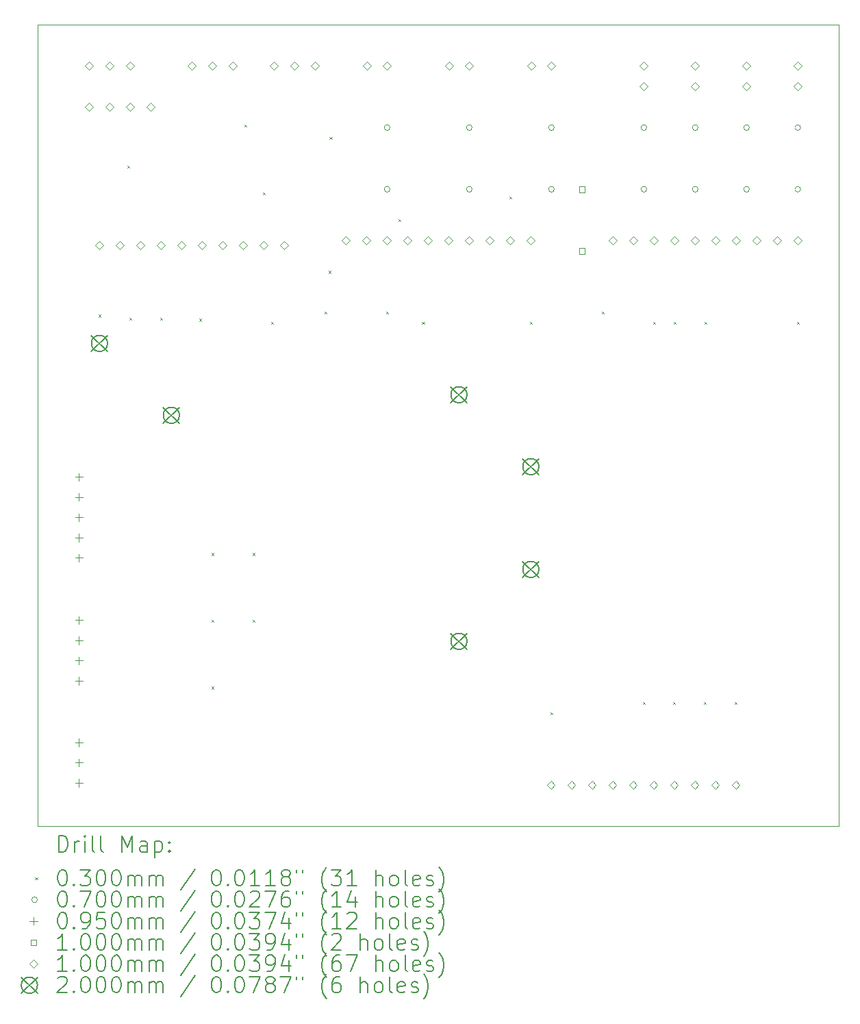
<source format=gbr>
%TF.GenerationSoftware,KiCad,Pcbnew,8.0.3*%
%TF.CreationDate,2024-11-03T21:20:50+01:00*%
%TF.ProjectId,weerstation-analoog,77656572-7374-4617-9469-6f6e2d616e61,rev?*%
%TF.SameCoordinates,Original*%
%TF.FileFunction,Drillmap*%
%TF.FilePolarity,Positive*%
%FSLAX45Y45*%
G04 Gerber Fmt 4.5, Leading zero omitted, Abs format (unit mm)*
G04 Created by KiCad (PCBNEW 8.0.3) date 2024-11-03 21:20:50*
%MOMM*%
%LPD*%
G01*
G04 APERTURE LIST*
%ADD10C,0.100000*%
%ADD11C,0.200000*%
G04 APERTURE END LIST*
D10*
X1270000Y-1270000D02*
X11176000Y-1270000D01*
X11176000Y-11176000D01*
X1270000Y-11176000D01*
X1270000Y-1270000D01*
D11*
D10*
X2017000Y-4849100D02*
X2047000Y-4879100D01*
X2047000Y-4849100D02*
X2017000Y-4879100D01*
X2372600Y-3007600D02*
X2402600Y-3037600D01*
X2402600Y-3007600D02*
X2372600Y-3037600D01*
X2398000Y-4887200D02*
X2428000Y-4917200D01*
X2428000Y-4887200D02*
X2398000Y-4917200D01*
X2779000Y-4887200D02*
X2809000Y-4917200D01*
X2809000Y-4887200D02*
X2779000Y-4917200D01*
X3261600Y-4899900D02*
X3291600Y-4929900D01*
X3291600Y-4899900D02*
X3261600Y-4929900D01*
X3414000Y-7795500D02*
X3444000Y-7825500D01*
X3444000Y-7795500D02*
X3414000Y-7825500D01*
X3414000Y-8621000D02*
X3444000Y-8651000D01*
X3444000Y-8621000D02*
X3414000Y-8651000D01*
X3414000Y-9446500D02*
X3444000Y-9476500D01*
X3444000Y-9446500D02*
X3414000Y-9476500D01*
X3820400Y-2499600D02*
X3850400Y-2529600D01*
X3850400Y-2499600D02*
X3820400Y-2529600D01*
X3922000Y-7795500D02*
X3952000Y-7825500D01*
X3952000Y-7795500D02*
X3922000Y-7825500D01*
X3922000Y-8621000D02*
X3952000Y-8651000D01*
X3952000Y-8621000D02*
X3922000Y-8651000D01*
X4049000Y-3337800D02*
X4079000Y-3367800D01*
X4079000Y-3337800D02*
X4049000Y-3367800D01*
X4150600Y-4938000D02*
X4180600Y-4968000D01*
X4180600Y-4938000D02*
X4150600Y-4968000D01*
X4811000Y-4811000D02*
X4841000Y-4841000D01*
X4841000Y-4811000D02*
X4811000Y-4841000D01*
X4861650Y-4310170D02*
X4891650Y-4340170D01*
X4891650Y-4310170D02*
X4861650Y-4340170D01*
X4874500Y-2652000D02*
X4904500Y-2682000D01*
X4904500Y-2652000D02*
X4874500Y-2682000D01*
X5573000Y-4811000D02*
X5603000Y-4841000D01*
X5603000Y-4811000D02*
X5573000Y-4841000D01*
X5725400Y-3668000D02*
X5755400Y-3698000D01*
X5755400Y-3668000D02*
X5725400Y-3698000D01*
X6017500Y-4938000D02*
X6047500Y-4968000D01*
X6047500Y-4938000D02*
X6017500Y-4968000D01*
X7097000Y-3388600D02*
X7127000Y-3418600D01*
X7127000Y-3388600D02*
X7097000Y-3418600D01*
X7352350Y-4938000D02*
X7382350Y-4968000D01*
X7382350Y-4938000D02*
X7352350Y-4968000D01*
X7605000Y-9764000D02*
X7635000Y-9794000D01*
X7635000Y-9764000D02*
X7605000Y-9794000D01*
X8240000Y-4811000D02*
X8270000Y-4841000D01*
X8270000Y-4811000D02*
X8240000Y-4841000D01*
X8748000Y-9637000D02*
X8778000Y-9667000D01*
X8778000Y-9637000D02*
X8748000Y-9667000D01*
X8875000Y-4938000D02*
X8905000Y-4968000D01*
X8905000Y-4938000D02*
X8875000Y-4968000D01*
X9122870Y-9637000D02*
X9152870Y-9667000D01*
X9152870Y-9637000D02*
X9122870Y-9667000D01*
X9129000Y-4938000D02*
X9159000Y-4968000D01*
X9159000Y-4938000D02*
X9129000Y-4968000D01*
X9503870Y-9637000D02*
X9533870Y-9667000D01*
X9533870Y-9637000D02*
X9503870Y-9667000D01*
X9510000Y-4938000D02*
X9540000Y-4968000D01*
X9540000Y-4938000D02*
X9510000Y-4968000D01*
X9884870Y-9637000D02*
X9914870Y-9667000D01*
X9914870Y-9637000D02*
X9884870Y-9667000D01*
X10653000Y-4938000D02*
X10683000Y-4968000D01*
X10683000Y-4938000D02*
X10653000Y-4968000D01*
X5623000Y-2540000D02*
G75*
G02*
X5553000Y-2540000I-35000J0D01*
G01*
X5553000Y-2540000D02*
G75*
G02*
X5623000Y-2540000I35000J0D01*
G01*
X5623000Y-3302000D02*
G75*
G02*
X5553000Y-3302000I-35000J0D01*
G01*
X5553000Y-3302000D02*
G75*
G02*
X5623000Y-3302000I35000J0D01*
G01*
X6639000Y-2540000D02*
G75*
G02*
X6569000Y-2540000I-35000J0D01*
G01*
X6569000Y-2540000D02*
G75*
G02*
X6639000Y-2540000I35000J0D01*
G01*
X6639000Y-3302000D02*
G75*
G02*
X6569000Y-3302000I-35000J0D01*
G01*
X6569000Y-3302000D02*
G75*
G02*
X6639000Y-3302000I35000J0D01*
G01*
X7655000Y-2540000D02*
G75*
G02*
X7585000Y-2540000I-35000J0D01*
G01*
X7585000Y-2540000D02*
G75*
G02*
X7655000Y-2540000I35000J0D01*
G01*
X7655000Y-3302000D02*
G75*
G02*
X7585000Y-3302000I-35000J0D01*
G01*
X7585000Y-3302000D02*
G75*
G02*
X7655000Y-3302000I35000J0D01*
G01*
X8798000Y-2540000D02*
G75*
G02*
X8728000Y-2540000I-35000J0D01*
G01*
X8728000Y-2540000D02*
G75*
G02*
X8798000Y-2540000I35000J0D01*
G01*
X8798000Y-3302000D02*
G75*
G02*
X8728000Y-3302000I-35000J0D01*
G01*
X8728000Y-3302000D02*
G75*
G02*
X8798000Y-3302000I35000J0D01*
G01*
X9433000Y-2540000D02*
G75*
G02*
X9363000Y-2540000I-35000J0D01*
G01*
X9363000Y-2540000D02*
G75*
G02*
X9433000Y-2540000I35000J0D01*
G01*
X9433000Y-3302000D02*
G75*
G02*
X9363000Y-3302000I-35000J0D01*
G01*
X9363000Y-3302000D02*
G75*
G02*
X9433000Y-3302000I35000J0D01*
G01*
X10068000Y-2540000D02*
G75*
G02*
X9998000Y-2540000I-35000J0D01*
G01*
X9998000Y-2540000D02*
G75*
G02*
X10068000Y-2540000I35000J0D01*
G01*
X10068000Y-3302000D02*
G75*
G02*
X9998000Y-3302000I-35000J0D01*
G01*
X9998000Y-3302000D02*
G75*
G02*
X10068000Y-3302000I35000J0D01*
G01*
X10701000Y-2540000D02*
G75*
G02*
X10631000Y-2540000I-35000J0D01*
G01*
X10631000Y-2540000D02*
G75*
G02*
X10701000Y-2540000I35000J0D01*
G01*
X10701000Y-3302000D02*
G75*
G02*
X10631000Y-3302000I-35000J0D01*
G01*
X10631000Y-3302000D02*
G75*
G02*
X10701000Y-3302000I35000J0D01*
G01*
X1778000Y-6810500D02*
X1778000Y-6905500D01*
X1730500Y-6858000D02*
X1825500Y-6858000D01*
X1778000Y-7060500D02*
X1778000Y-7155500D01*
X1730500Y-7108000D02*
X1825500Y-7108000D01*
X1778000Y-7310500D02*
X1778000Y-7405500D01*
X1730500Y-7358000D02*
X1825500Y-7358000D01*
X1778000Y-7560500D02*
X1778000Y-7655500D01*
X1730500Y-7608000D02*
X1825500Y-7608000D01*
X1778000Y-7810500D02*
X1778000Y-7905500D01*
X1730500Y-7858000D02*
X1825500Y-7858000D01*
X1778000Y-8580500D02*
X1778000Y-8675500D01*
X1730500Y-8628000D02*
X1825500Y-8628000D01*
X1778000Y-8830500D02*
X1778000Y-8925500D01*
X1730500Y-8878000D02*
X1825500Y-8878000D01*
X1778000Y-9080500D02*
X1778000Y-9175500D01*
X1730500Y-9128000D02*
X1825500Y-9128000D01*
X1778000Y-9330500D02*
X1778000Y-9425500D01*
X1730500Y-9378000D02*
X1825500Y-9378000D01*
X1778000Y-10092500D02*
X1778000Y-10187500D01*
X1730500Y-10140000D02*
X1825500Y-10140000D01*
X1778000Y-10342500D02*
X1778000Y-10437500D01*
X1730500Y-10390000D02*
X1825500Y-10390000D01*
X1778000Y-10592500D02*
X1778000Y-10687500D01*
X1730500Y-10640000D02*
X1825500Y-10640000D01*
X8036356Y-3337356D02*
X8036356Y-3266644D01*
X7965644Y-3266644D01*
X7965644Y-3337356D01*
X8036356Y-3337356D01*
X8036356Y-4099356D02*
X8036356Y-4028644D01*
X7965644Y-4028644D01*
X7965644Y-4099356D01*
X8036356Y-4099356D01*
X1905000Y-1828000D02*
X1955000Y-1778000D01*
X1905000Y-1728000D01*
X1855000Y-1778000D01*
X1905000Y-1828000D01*
X1905000Y-2336000D02*
X1955000Y-2286000D01*
X1905000Y-2236000D01*
X1855000Y-2286000D01*
X1905000Y-2336000D01*
X2032000Y-4043500D02*
X2082000Y-3993500D01*
X2032000Y-3943500D01*
X1982000Y-3993500D01*
X2032000Y-4043500D01*
X2159000Y-1828000D02*
X2209000Y-1778000D01*
X2159000Y-1728000D01*
X2109000Y-1778000D01*
X2159000Y-1828000D01*
X2159000Y-2336000D02*
X2209000Y-2286000D01*
X2159000Y-2236000D01*
X2109000Y-2286000D01*
X2159000Y-2336000D01*
X2286000Y-4043500D02*
X2336000Y-3993500D01*
X2286000Y-3943500D01*
X2236000Y-3993500D01*
X2286000Y-4043500D01*
X2413000Y-1828000D02*
X2463000Y-1778000D01*
X2413000Y-1728000D01*
X2363000Y-1778000D01*
X2413000Y-1828000D01*
X2413000Y-2336000D02*
X2463000Y-2286000D01*
X2413000Y-2236000D01*
X2363000Y-2286000D01*
X2413000Y-2336000D01*
X2540000Y-4043500D02*
X2590000Y-3993500D01*
X2540000Y-3943500D01*
X2490000Y-3993500D01*
X2540000Y-4043500D01*
X2667000Y-2336000D02*
X2717000Y-2286000D01*
X2667000Y-2236000D01*
X2617000Y-2286000D01*
X2667000Y-2336000D01*
X2794000Y-4043500D02*
X2844000Y-3993500D01*
X2794000Y-3943500D01*
X2744000Y-3993500D01*
X2794000Y-4043500D01*
X3048000Y-4043500D02*
X3098000Y-3993500D01*
X3048000Y-3943500D01*
X2998000Y-3993500D01*
X3048000Y-4043500D01*
X3175000Y-1828000D02*
X3225000Y-1778000D01*
X3175000Y-1728000D01*
X3125000Y-1778000D01*
X3175000Y-1828000D01*
X3302000Y-4043500D02*
X3352000Y-3993500D01*
X3302000Y-3943500D01*
X3252000Y-3993500D01*
X3302000Y-4043500D01*
X3429000Y-1828000D02*
X3479000Y-1778000D01*
X3429000Y-1728000D01*
X3379000Y-1778000D01*
X3429000Y-1828000D01*
X3556000Y-4043500D02*
X3606000Y-3993500D01*
X3556000Y-3943500D01*
X3506000Y-3993500D01*
X3556000Y-4043500D01*
X3683000Y-1828000D02*
X3733000Y-1778000D01*
X3683000Y-1728000D01*
X3633000Y-1778000D01*
X3683000Y-1828000D01*
X3810000Y-4043500D02*
X3860000Y-3993500D01*
X3810000Y-3943500D01*
X3760000Y-3993500D01*
X3810000Y-4043500D01*
X4064000Y-4043500D02*
X4114000Y-3993500D01*
X4064000Y-3943500D01*
X4014000Y-3993500D01*
X4064000Y-4043500D01*
X4191000Y-1828000D02*
X4241000Y-1778000D01*
X4191000Y-1728000D01*
X4141000Y-1778000D01*
X4191000Y-1828000D01*
X4318000Y-4043500D02*
X4368000Y-3993500D01*
X4318000Y-3943500D01*
X4268000Y-3993500D01*
X4318000Y-4043500D01*
X4445000Y-1828000D02*
X4495000Y-1778000D01*
X4445000Y-1728000D01*
X4395000Y-1778000D01*
X4445000Y-1828000D01*
X4699000Y-1828000D02*
X4749000Y-1778000D01*
X4699000Y-1728000D01*
X4649000Y-1778000D01*
X4699000Y-1828000D01*
X5080000Y-3987000D02*
X5130000Y-3937000D01*
X5080000Y-3887000D01*
X5030000Y-3937000D01*
X5080000Y-3987000D01*
X5334000Y-3987000D02*
X5384000Y-3937000D01*
X5334000Y-3887000D01*
X5284000Y-3937000D01*
X5334000Y-3987000D01*
X5338000Y-1828000D02*
X5388000Y-1778000D01*
X5338000Y-1728000D01*
X5288000Y-1778000D01*
X5338000Y-1828000D01*
X5588000Y-1828000D02*
X5638000Y-1778000D01*
X5588000Y-1728000D01*
X5538000Y-1778000D01*
X5588000Y-1828000D01*
X5588000Y-3987000D02*
X5638000Y-3937000D01*
X5588000Y-3887000D01*
X5538000Y-3937000D01*
X5588000Y-3987000D01*
X5842000Y-3987000D02*
X5892000Y-3937000D01*
X5842000Y-3887000D01*
X5792000Y-3937000D01*
X5842000Y-3987000D01*
X6096000Y-3987000D02*
X6146000Y-3937000D01*
X6096000Y-3887000D01*
X6046000Y-3937000D01*
X6096000Y-3987000D01*
X6350000Y-3987000D02*
X6400000Y-3937000D01*
X6350000Y-3887000D01*
X6300000Y-3937000D01*
X6350000Y-3987000D01*
X6354000Y-1828000D02*
X6404000Y-1778000D01*
X6354000Y-1728000D01*
X6304000Y-1778000D01*
X6354000Y-1828000D01*
X6604000Y-1828000D02*
X6654000Y-1778000D01*
X6604000Y-1728000D01*
X6554000Y-1778000D01*
X6604000Y-1828000D01*
X6604000Y-3987000D02*
X6654000Y-3937000D01*
X6604000Y-3887000D01*
X6554000Y-3937000D01*
X6604000Y-3987000D01*
X6858000Y-3987000D02*
X6908000Y-3937000D01*
X6858000Y-3887000D01*
X6808000Y-3937000D01*
X6858000Y-3987000D01*
X7112000Y-3987000D02*
X7162000Y-3937000D01*
X7112000Y-3887000D01*
X7062000Y-3937000D01*
X7112000Y-3987000D01*
X7366000Y-3987000D02*
X7416000Y-3937000D01*
X7366000Y-3887000D01*
X7316000Y-3937000D01*
X7366000Y-3987000D01*
X7370000Y-1828000D02*
X7420000Y-1778000D01*
X7370000Y-1728000D01*
X7320000Y-1778000D01*
X7370000Y-1828000D01*
X7613870Y-10718000D02*
X7663870Y-10668000D01*
X7613870Y-10618000D01*
X7563870Y-10668000D01*
X7613870Y-10718000D01*
X7620000Y-1828000D02*
X7670000Y-1778000D01*
X7620000Y-1728000D01*
X7570000Y-1778000D01*
X7620000Y-1828000D01*
X7867870Y-10718000D02*
X7917870Y-10668000D01*
X7867870Y-10618000D01*
X7817870Y-10668000D01*
X7867870Y-10718000D01*
X8121870Y-10718000D02*
X8171870Y-10668000D01*
X8121870Y-10618000D01*
X8071870Y-10668000D01*
X8121870Y-10718000D01*
X8375870Y-10718000D02*
X8425870Y-10668000D01*
X8375870Y-10618000D01*
X8325870Y-10668000D01*
X8375870Y-10718000D01*
X8382000Y-3987000D02*
X8432000Y-3937000D01*
X8382000Y-3887000D01*
X8332000Y-3937000D01*
X8382000Y-3987000D01*
X8629870Y-10718000D02*
X8679870Y-10668000D01*
X8629870Y-10618000D01*
X8579870Y-10668000D01*
X8629870Y-10718000D01*
X8636000Y-3987000D02*
X8686000Y-3937000D01*
X8636000Y-3887000D01*
X8586000Y-3937000D01*
X8636000Y-3987000D01*
X8763000Y-1828000D02*
X8813000Y-1778000D01*
X8763000Y-1728000D01*
X8713000Y-1778000D01*
X8763000Y-1828000D01*
X8763000Y-2082000D02*
X8813000Y-2032000D01*
X8763000Y-1982000D01*
X8713000Y-2032000D01*
X8763000Y-2082000D01*
X8883870Y-10718000D02*
X8933870Y-10668000D01*
X8883870Y-10618000D01*
X8833870Y-10668000D01*
X8883870Y-10718000D01*
X8890000Y-3987000D02*
X8940000Y-3937000D01*
X8890000Y-3887000D01*
X8840000Y-3937000D01*
X8890000Y-3987000D01*
X9137870Y-10718000D02*
X9187870Y-10668000D01*
X9137870Y-10618000D01*
X9087870Y-10668000D01*
X9137870Y-10718000D01*
X9144000Y-3987000D02*
X9194000Y-3937000D01*
X9144000Y-3887000D01*
X9094000Y-3937000D01*
X9144000Y-3987000D01*
X9391870Y-10718000D02*
X9441870Y-10668000D01*
X9391870Y-10618000D01*
X9341870Y-10668000D01*
X9391870Y-10718000D01*
X9398000Y-1828000D02*
X9448000Y-1778000D01*
X9398000Y-1728000D01*
X9348000Y-1778000D01*
X9398000Y-1828000D01*
X9398000Y-2082000D02*
X9448000Y-2032000D01*
X9398000Y-1982000D01*
X9348000Y-2032000D01*
X9398000Y-2082000D01*
X9398000Y-3987000D02*
X9448000Y-3937000D01*
X9398000Y-3887000D01*
X9348000Y-3937000D01*
X9398000Y-3987000D01*
X9645870Y-10718000D02*
X9695870Y-10668000D01*
X9645870Y-10618000D01*
X9595870Y-10668000D01*
X9645870Y-10718000D01*
X9652000Y-3987000D02*
X9702000Y-3937000D01*
X9652000Y-3887000D01*
X9602000Y-3937000D01*
X9652000Y-3987000D01*
X9899870Y-10718000D02*
X9949870Y-10668000D01*
X9899870Y-10618000D01*
X9849870Y-10668000D01*
X9899870Y-10718000D01*
X9906000Y-3987000D02*
X9956000Y-3937000D01*
X9906000Y-3887000D01*
X9856000Y-3937000D01*
X9906000Y-3987000D01*
X10033000Y-1828000D02*
X10083000Y-1778000D01*
X10033000Y-1728000D01*
X9983000Y-1778000D01*
X10033000Y-1828000D01*
X10033000Y-2082000D02*
X10083000Y-2032000D01*
X10033000Y-1982000D01*
X9983000Y-2032000D01*
X10033000Y-2082000D01*
X10160000Y-3987000D02*
X10210000Y-3937000D01*
X10160000Y-3887000D01*
X10110000Y-3937000D01*
X10160000Y-3987000D01*
X10414000Y-3987000D02*
X10464000Y-3937000D01*
X10414000Y-3887000D01*
X10364000Y-3937000D01*
X10414000Y-3987000D01*
X10668000Y-1828000D02*
X10718000Y-1778000D01*
X10668000Y-1728000D01*
X10618000Y-1778000D01*
X10668000Y-1828000D01*
X10668000Y-2082000D02*
X10718000Y-2032000D01*
X10668000Y-1982000D01*
X10618000Y-2032000D01*
X10668000Y-2082000D01*
X10668000Y-3987000D02*
X10718000Y-3937000D01*
X10668000Y-3887000D01*
X10618000Y-3937000D01*
X10668000Y-3987000D01*
D11*
X1932000Y-5107000D02*
X2132000Y-5307000D01*
X2132000Y-5107000D02*
X1932000Y-5307000D01*
X2132000Y-5207000D02*
G75*
G02*
X1932000Y-5207000I-100000J0D01*
G01*
X1932000Y-5207000D02*
G75*
G02*
X2132000Y-5207000I100000J0D01*
G01*
X2821000Y-5996000D02*
X3021000Y-6196000D01*
X3021000Y-5996000D02*
X2821000Y-6196000D01*
X3021000Y-6096000D02*
G75*
G02*
X2821000Y-6096000I-100000J0D01*
G01*
X2821000Y-6096000D02*
G75*
G02*
X3021000Y-6096000I100000J0D01*
G01*
X6377000Y-5742000D02*
X6577000Y-5942000D01*
X6577000Y-5742000D02*
X6377000Y-5942000D01*
X6577000Y-5842000D02*
G75*
G02*
X6377000Y-5842000I-100000J0D01*
G01*
X6377000Y-5842000D02*
G75*
G02*
X6577000Y-5842000I100000J0D01*
G01*
X6377000Y-8790000D02*
X6577000Y-8990000D01*
X6577000Y-8790000D02*
X6377000Y-8990000D01*
X6577000Y-8890000D02*
G75*
G02*
X6377000Y-8890000I-100000J0D01*
G01*
X6377000Y-8890000D02*
G75*
G02*
X6577000Y-8890000I100000J0D01*
G01*
X7266000Y-6631000D02*
X7466000Y-6831000D01*
X7466000Y-6631000D02*
X7266000Y-6831000D01*
X7466000Y-6731000D02*
G75*
G02*
X7266000Y-6731000I-100000J0D01*
G01*
X7266000Y-6731000D02*
G75*
G02*
X7466000Y-6731000I100000J0D01*
G01*
X7266000Y-7901000D02*
X7466000Y-8101000D01*
X7466000Y-7901000D02*
X7266000Y-8101000D01*
X7466000Y-8001000D02*
G75*
G02*
X7266000Y-8001000I-100000J0D01*
G01*
X7266000Y-8001000D02*
G75*
G02*
X7466000Y-8001000I100000J0D01*
G01*
X1525777Y-11492484D02*
X1525777Y-11292484D01*
X1525777Y-11292484D02*
X1573396Y-11292484D01*
X1573396Y-11292484D02*
X1601967Y-11302008D01*
X1601967Y-11302008D02*
X1621015Y-11321055D01*
X1621015Y-11321055D02*
X1630539Y-11340103D01*
X1630539Y-11340103D02*
X1640062Y-11378198D01*
X1640062Y-11378198D02*
X1640062Y-11406769D01*
X1640062Y-11406769D02*
X1630539Y-11444865D01*
X1630539Y-11444865D02*
X1621015Y-11463912D01*
X1621015Y-11463912D02*
X1601967Y-11482960D01*
X1601967Y-11482960D02*
X1573396Y-11492484D01*
X1573396Y-11492484D02*
X1525777Y-11492484D01*
X1725777Y-11492484D02*
X1725777Y-11359150D01*
X1725777Y-11397246D02*
X1735301Y-11378198D01*
X1735301Y-11378198D02*
X1744824Y-11368674D01*
X1744824Y-11368674D02*
X1763872Y-11359150D01*
X1763872Y-11359150D02*
X1782920Y-11359150D01*
X1849586Y-11492484D02*
X1849586Y-11359150D01*
X1849586Y-11292484D02*
X1840062Y-11302008D01*
X1840062Y-11302008D02*
X1849586Y-11311531D01*
X1849586Y-11311531D02*
X1859110Y-11302008D01*
X1859110Y-11302008D02*
X1849586Y-11292484D01*
X1849586Y-11292484D02*
X1849586Y-11311531D01*
X1973396Y-11492484D02*
X1954348Y-11482960D01*
X1954348Y-11482960D02*
X1944824Y-11463912D01*
X1944824Y-11463912D02*
X1944824Y-11292484D01*
X2078158Y-11492484D02*
X2059110Y-11482960D01*
X2059110Y-11482960D02*
X2049586Y-11463912D01*
X2049586Y-11463912D02*
X2049586Y-11292484D01*
X2306729Y-11492484D02*
X2306729Y-11292484D01*
X2306729Y-11292484D02*
X2373396Y-11435341D01*
X2373396Y-11435341D02*
X2440063Y-11292484D01*
X2440063Y-11292484D02*
X2440063Y-11492484D01*
X2621015Y-11492484D02*
X2621015Y-11387722D01*
X2621015Y-11387722D02*
X2611491Y-11368674D01*
X2611491Y-11368674D02*
X2592444Y-11359150D01*
X2592444Y-11359150D02*
X2554348Y-11359150D01*
X2554348Y-11359150D02*
X2535301Y-11368674D01*
X2621015Y-11482960D02*
X2601967Y-11492484D01*
X2601967Y-11492484D02*
X2554348Y-11492484D01*
X2554348Y-11492484D02*
X2535301Y-11482960D01*
X2535301Y-11482960D02*
X2525777Y-11463912D01*
X2525777Y-11463912D02*
X2525777Y-11444865D01*
X2525777Y-11444865D02*
X2535301Y-11425817D01*
X2535301Y-11425817D02*
X2554348Y-11416293D01*
X2554348Y-11416293D02*
X2601967Y-11416293D01*
X2601967Y-11416293D02*
X2621015Y-11406769D01*
X2716253Y-11359150D02*
X2716253Y-11559150D01*
X2716253Y-11368674D02*
X2735301Y-11359150D01*
X2735301Y-11359150D02*
X2773396Y-11359150D01*
X2773396Y-11359150D02*
X2792444Y-11368674D01*
X2792444Y-11368674D02*
X2801967Y-11378198D01*
X2801967Y-11378198D02*
X2811491Y-11397246D01*
X2811491Y-11397246D02*
X2811491Y-11454388D01*
X2811491Y-11454388D02*
X2801967Y-11473436D01*
X2801967Y-11473436D02*
X2792444Y-11482960D01*
X2792444Y-11482960D02*
X2773396Y-11492484D01*
X2773396Y-11492484D02*
X2735301Y-11492484D01*
X2735301Y-11492484D02*
X2716253Y-11482960D01*
X2897205Y-11473436D02*
X2906729Y-11482960D01*
X2906729Y-11482960D02*
X2897205Y-11492484D01*
X2897205Y-11492484D02*
X2887682Y-11482960D01*
X2887682Y-11482960D02*
X2897205Y-11473436D01*
X2897205Y-11473436D02*
X2897205Y-11492484D01*
X2897205Y-11368674D02*
X2906729Y-11378198D01*
X2906729Y-11378198D02*
X2897205Y-11387722D01*
X2897205Y-11387722D02*
X2887682Y-11378198D01*
X2887682Y-11378198D02*
X2897205Y-11368674D01*
X2897205Y-11368674D02*
X2897205Y-11387722D01*
D10*
X1235000Y-11806000D02*
X1265000Y-11836000D01*
X1265000Y-11806000D02*
X1235000Y-11836000D01*
D11*
X1563872Y-11712484D02*
X1582920Y-11712484D01*
X1582920Y-11712484D02*
X1601967Y-11722008D01*
X1601967Y-11722008D02*
X1611491Y-11731531D01*
X1611491Y-11731531D02*
X1621015Y-11750579D01*
X1621015Y-11750579D02*
X1630539Y-11788674D01*
X1630539Y-11788674D02*
X1630539Y-11836293D01*
X1630539Y-11836293D02*
X1621015Y-11874388D01*
X1621015Y-11874388D02*
X1611491Y-11893436D01*
X1611491Y-11893436D02*
X1601967Y-11902960D01*
X1601967Y-11902960D02*
X1582920Y-11912484D01*
X1582920Y-11912484D02*
X1563872Y-11912484D01*
X1563872Y-11912484D02*
X1544824Y-11902960D01*
X1544824Y-11902960D02*
X1535301Y-11893436D01*
X1535301Y-11893436D02*
X1525777Y-11874388D01*
X1525777Y-11874388D02*
X1516253Y-11836293D01*
X1516253Y-11836293D02*
X1516253Y-11788674D01*
X1516253Y-11788674D02*
X1525777Y-11750579D01*
X1525777Y-11750579D02*
X1535301Y-11731531D01*
X1535301Y-11731531D02*
X1544824Y-11722008D01*
X1544824Y-11722008D02*
X1563872Y-11712484D01*
X1716253Y-11893436D02*
X1725777Y-11902960D01*
X1725777Y-11902960D02*
X1716253Y-11912484D01*
X1716253Y-11912484D02*
X1706729Y-11902960D01*
X1706729Y-11902960D02*
X1716253Y-11893436D01*
X1716253Y-11893436D02*
X1716253Y-11912484D01*
X1792443Y-11712484D02*
X1916253Y-11712484D01*
X1916253Y-11712484D02*
X1849586Y-11788674D01*
X1849586Y-11788674D02*
X1878158Y-11788674D01*
X1878158Y-11788674D02*
X1897205Y-11798198D01*
X1897205Y-11798198D02*
X1906729Y-11807722D01*
X1906729Y-11807722D02*
X1916253Y-11826769D01*
X1916253Y-11826769D02*
X1916253Y-11874388D01*
X1916253Y-11874388D02*
X1906729Y-11893436D01*
X1906729Y-11893436D02*
X1897205Y-11902960D01*
X1897205Y-11902960D02*
X1878158Y-11912484D01*
X1878158Y-11912484D02*
X1821015Y-11912484D01*
X1821015Y-11912484D02*
X1801967Y-11902960D01*
X1801967Y-11902960D02*
X1792443Y-11893436D01*
X2040062Y-11712484D02*
X2059110Y-11712484D01*
X2059110Y-11712484D02*
X2078158Y-11722008D01*
X2078158Y-11722008D02*
X2087682Y-11731531D01*
X2087682Y-11731531D02*
X2097205Y-11750579D01*
X2097205Y-11750579D02*
X2106729Y-11788674D01*
X2106729Y-11788674D02*
X2106729Y-11836293D01*
X2106729Y-11836293D02*
X2097205Y-11874388D01*
X2097205Y-11874388D02*
X2087682Y-11893436D01*
X2087682Y-11893436D02*
X2078158Y-11902960D01*
X2078158Y-11902960D02*
X2059110Y-11912484D01*
X2059110Y-11912484D02*
X2040062Y-11912484D01*
X2040062Y-11912484D02*
X2021015Y-11902960D01*
X2021015Y-11902960D02*
X2011491Y-11893436D01*
X2011491Y-11893436D02*
X2001967Y-11874388D01*
X2001967Y-11874388D02*
X1992443Y-11836293D01*
X1992443Y-11836293D02*
X1992443Y-11788674D01*
X1992443Y-11788674D02*
X2001967Y-11750579D01*
X2001967Y-11750579D02*
X2011491Y-11731531D01*
X2011491Y-11731531D02*
X2021015Y-11722008D01*
X2021015Y-11722008D02*
X2040062Y-11712484D01*
X2230539Y-11712484D02*
X2249586Y-11712484D01*
X2249586Y-11712484D02*
X2268634Y-11722008D01*
X2268634Y-11722008D02*
X2278158Y-11731531D01*
X2278158Y-11731531D02*
X2287682Y-11750579D01*
X2287682Y-11750579D02*
X2297205Y-11788674D01*
X2297205Y-11788674D02*
X2297205Y-11836293D01*
X2297205Y-11836293D02*
X2287682Y-11874388D01*
X2287682Y-11874388D02*
X2278158Y-11893436D01*
X2278158Y-11893436D02*
X2268634Y-11902960D01*
X2268634Y-11902960D02*
X2249586Y-11912484D01*
X2249586Y-11912484D02*
X2230539Y-11912484D01*
X2230539Y-11912484D02*
X2211491Y-11902960D01*
X2211491Y-11902960D02*
X2201967Y-11893436D01*
X2201967Y-11893436D02*
X2192444Y-11874388D01*
X2192444Y-11874388D02*
X2182920Y-11836293D01*
X2182920Y-11836293D02*
X2182920Y-11788674D01*
X2182920Y-11788674D02*
X2192444Y-11750579D01*
X2192444Y-11750579D02*
X2201967Y-11731531D01*
X2201967Y-11731531D02*
X2211491Y-11722008D01*
X2211491Y-11722008D02*
X2230539Y-11712484D01*
X2382920Y-11912484D02*
X2382920Y-11779150D01*
X2382920Y-11798198D02*
X2392444Y-11788674D01*
X2392444Y-11788674D02*
X2411491Y-11779150D01*
X2411491Y-11779150D02*
X2440063Y-11779150D01*
X2440063Y-11779150D02*
X2459110Y-11788674D01*
X2459110Y-11788674D02*
X2468634Y-11807722D01*
X2468634Y-11807722D02*
X2468634Y-11912484D01*
X2468634Y-11807722D02*
X2478158Y-11788674D01*
X2478158Y-11788674D02*
X2497205Y-11779150D01*
X2497205Y-11779150D02*
X2525777Y-11779150D01*
X2525777Y-11779150D02*
X2544825Y-11788674D01*
X2544825Y-11788674D02*
X2554348Y-11807722D01*
X2554348Y-11807722D02*
X2554348Y-11912484D01*
X2649586Y-11912484D02*
X2649586Y-11779150D01*
X2649586Y-11798198D02*
X2659110Y-11788674D01*
X2659110Y-11788674D02*
X2678158Y-11779150D01*
X2678158Y-11779150D02*
X2706729Y-11779150D01*
X2706729Y-11779150D02*
X2725777Y-11788674D01*
X2725777Y-11788674D02*
X2735301Y-11807722D01*
X2735301Y-11807722D02*
X2735301Y-11912484D01*
X2735301Y-11807722D02*
X2744825Y-11788674D01*
X2744825Y-11788674D02*
X2763872Y-11779150D01*
X2763872Y-11779150D02*
X2792444Y-11779150D01*
X2792444Y-11779150D02*
X2811491Y-11788674D01*
X2811491Y-11788674D02*
X2821015Y-11807722D01*
X2821015Y-11807722D02*
X2821015Y-11912484D01*
X3211491Y-11702960D02*
X3040063Y-11960103D01*
X3468634Y-11712484D02*
X3487682Y-11712484D01*
X3487682Y-11712484D02*
X3506729Y-11722008D01*
X3506729Y-11722008D02*
X3516253Y-11731531D01*
X3516253Y-11731531D02*
X3525777Y-11750579D01*
X3525777Y-11750579D02*
X3535301Y-11788674D01*
X3535301Y-11788674D02*
X3535301Y-11836293D01*
X3535301Y-11836293D02*
X3525777Y-11874388D01*
X3525777Y-11874388D02*
X3516253Y-11893436D01*
X3516253Y-11893436D02*
X3506729Y-11902960D01*
X3506729Y-11902960D02*
X3487682Y-11912484D01*
X3487682Y-11912484D02*
X3468634Y-11912484D01*
X3468634Y-11912484D02*
X3449586Y-11902960D01*
X3449586Y-11902960D02*
X3440063Y-11893436D01*
X3440063Y-11893436D02*
X3430539Y-11874388D01*
X3430539Y-11874388D02*
X3421015Y-11836293D01*
X3421015Y-11836293D02*
X3421015Y-11788674D01*
X3421015Y-11788674D02*
X3430539Y-11750579D01*
X3430539Y-11750579D02*
X3440063Y-11731531D01*
X3440063Y-11731531D02*
X3449586Y-11722008D01*
X3449586Y-11722008D02*
X3468634Y-11712484D01*
X3621015Y-11893436D02*
X3630539Y-11902960D01*
X3630539Y-11902960D02*
X3621015Y-11912484D01*
X3621015Y-11912484D02*
X3611491Y-11902960D01*
X3611491Y-11902960D02*
X3621015Y-11893436D01*
X3621015Y-11893436D02*
X3621015Y-11912484D01*
X3754348Y-11712484D02*
X3773396Y-11712484D01*
X3773396Y-11712484D02*
X3792444Y-11722008D01*
X3792444Y-11722008D02*
X3801967Y-11731531D01*
X3801967Y-11731531D02*
X3811491Y-11750579D01*
X3811491Y-11750579D02*
X3821015Y-11788674D01*
X3821015Y-11788674D02*
X3821015Y-11836293D01*
X3821015Y-11836293D02*
X3811491Y-11874388D01*
X3811491Y-11874388D02*
X3801967Y-11893436D01*
X3801967Y-11893436D02*
X3792444Y-11902960D01*
X3792444Y-11902960D02*
X3773396Y-11912484D01*
X3773396Y-11912484D02*
X3754348Y-11912484D01*
X3754348Y-11912484D02*
X3735301Y-11902960D01*
X3735301Y-11902960D02*
X3725777Y-11893436D01*
X3725777Y-11893436D02*
X3716253Y-11874388D01*
X3716253Y-11874388D02*
X3706729Y-11836293D01*
X3706729Y-11836293D02*
X3706729Y-11788674D01*
X3706729Y-11788674D02*
X3716253Y-11750579D01*
X3716253Y-11750579D02*
X3725777Y-11731531D01*
X3725777Y-11731531D02*
X3735301Y-11722008D01*
X3735301Y-11722008D02*
X3754348Y-11712484D01*
X4011491Y-11912484D02*
X3897206Y-11912484D01*
X3954348Y-11912484D02*
X3954348Y-11712484D01*
X3954348Y-11712484D02*
X3935301Y-11741055D01*
X3935301Y-11741055D02*
X3916253Y-11760103D01*
X3916253Y-11760103D02*
X3897206Y-11769627D01*
X4201968Y-11912484D02*
X4087682Y-11912484D01*
X4144825Y-11912484D02*
X4144825Y-11712484D01*
X4144825Y-11712484D02*
X4125777Y-11741055D01*
X4125777Y-11741055D02*
X4106729Y-11760103D01*
X4106729Y-11760103D02*
X4087682Y-11769627D01*
X4316253Y-11798198D02*
X4297206Y-11788674D01*
X4297206Y-11788674D02*
X4287682Y-11779150D01*
X4287682Y-11779150D02*
X4278158Y-11760103D01*
X4278158Y-11760103D02*
X4278158Y-11750579D01*
X4278158Y-11750579D02*
X4287682Y-11731531D01*
X4287682Y-11731531D02*
X4297206Y-11722008D01*
X4297206Y-11722008D02*
X4316253Y-11712484D01*
X4316253Y-11712484D02*
X4354349Y-11712484D01*
X4354349Y-11712484D02*
X4373396Y-11722008D01*
X4373396Y-11722008D02*
X4382920Y-11731531D01*
X4382920Y-11731531D02*
X4392444Y-11750579D01*
X4392444Y-11750579D02*
X4392444Y-11760103D01*
X4392444Y-11760103D02*
X4382920Y-11779150D01*
X4382920Y-11779150D02*
X4373396Y-11788674D01*
X4373396Y-11788674D02*
X4354349Y-11798198D01*
X4354349Y-11798198D02*
X4316253Y-11798198D01*
X4316253Y-11798198D02*
X4297206Y-11807722D01*
X4297206Y-11807722D02*
X4287682Y-11817246D01*
X4287682Y-11817246D02*
X4278158Y-11836293D01*
X4278158Y-11836293D02*
X4278158Y-11874388D01*
X4278158Y-11874388D02*
X4287682Y-11893436D01*
X4287682Y-11893436D02*
X4297206Y-11902960D01*
X4297206Y-11902960D02*
X4316253Y-11912484D01*
X4316253Y-11912484D02*
X4354349Y-11912484D01*
X4354349Y-11912484D02*
X4373396Y-11902960D01*
X4373396Y-11902960D02*
X4382920Y-11893436D01*
X4382920Y-11893436D02*
X4392444Y-11874388D01*
X4392444Y-11874388D02*
X4392444Y-11836293D01*
X4392444Y-11836293D02*
X4382920Y-11817246D01*
X4382920Y-11817246D02*
X4373396Y-11807722D01*
X4373396Y-11807722D02*
X4354349Y-11798198D01*
X4468634Y-11712484D02*
X4468634Y-11750579D01*
X4544825Y-11712484D02*
X4544825Y-11750579D01*
X4840063Y-11988674D02*
X4830539Y-11979150D01*
X4830539Y-11979150D02*
X4811491Y-11950579D01*
X4811491Y-11950579D02*
X4801968Y-11931531D01*
X4801968Y-11931531D02*
X4792444Y-11902960D01*
X4792444Y-11902960D02*
X4782920Y-11855341D01*
X4782920Y-11855341D02*
X4782920Y-11817246D01*
X4782920Y-11817246D02*
X4792444Y-11769627D01*
X4792444Y-11769627D02*
X4801968Y-11741055D01*
X4801968Y-11741055D02*
X4811491Y-11722008D01*
X4811491Y-11722008D02*
X4830539Y-11693436D01*
X4830539Y-11693436D02*
X4840063Y-11683912D01*
X4897206Y-11712484D02*
X5021015Y-11712484D01*
X5021015Y-11712484D02*
X4954349Y-11788674D01*
X4954349Y-11788674D02*
X4982920Y-11788674D01*
X4982920Y-11788674D02*
X5001968Y-11798198D01*
X5001968Y-11798198D02*
X5011491Y-11807722D01*
X5011491Y-11807722D02*
X5021015Y-11826769D01*
X5021015Y-11826769D02*
X5021015Y-11874388D01*
X5021015Y-11874388D02*
X5011491Y-11893436D01*
X5011491Y-11893436D02*
X5001968Y-11902960D01*
X5001968Y-11902960D02*
X4982920Y-11912484D01*
X4982920Y-11912484D02*
X4925777Y-11912484D01*
X4925777Y-11912484D02*
X4906730Y-11902960D01*
X4906730Y-11902960D02*
X4897206Y-11893436D01*
X5211491Y-11912484D02*
X5097206Y-11912484D01*
X5154349Y-11912484D02*
X5154349Y-11712484D01*
X5154349Y-11712484D02*
X5135301Y-11741055D01*
X5135301Y-11741055D02*
X5116253Y-11760103D01*
X5116253Y-11760103D02*
X5097206Y-11769627D01*
X5449587Y-11912484D02*
X5449587Y-11712484D01*
X5535301Y-11912484D02*
X5535301Y-11807722D01*
X5535301Y-11807722D02*
X5525777Y-11788674D01*
X5525777Y-11788674D02*
X5506730Y-11779150D01*
X5506730Y-11779150D02*
X5478158Y-11779150D01*
X5478158Y-11779150D02*
X5459111Y-11788674D01*
X5459111Y-11788674D02*
X5449587Y-11798198D01*
X5659110Y-11912484D02*
X5640063Y-11902960D01*
X5640063Y-11902960D02*
X5630539Y-11893436D01*
X5630539Y-11893436D02*
X5621015Y-11874388D01*
X5621015Y-11874388D02*
X5621015Y-11817246D01*
X5621015Y-11817246D02*
X5630539Y-11798198D01*
X5630539Y-11798198D02*
X5640063Y-11788674D01*
X5640063Y-11788674D02*
X5659110Y-11779150D01*
X5659110Y-11779150D02*
X5687682Y-11779150D01*
X5687682Y-11779150D02*
X5706730Y-11788674D01*
X5706730Y-11788674D02*
X5716253Y-11798198D01*
X5716253Y-11798198D02*
X5725777Y-11817246D01*
X5725777Y-11817246D02*
X5725777Y-11874388D01*
X5725777Y-11874388D02*
X5716253Y-11893436D01*
X5716253Y-11893436D02*
X5706730Y-11902960D01*
X5706730Y-11902960D02*
X5687682Y-11912484D01*
X5687682Y-11912484D02*
X5659110Y-11912484D01*
X5840063Y-11912484D02*
X5821015Y-11902960D01*
X5821015Y-11902960D02*
X5811491Y-11883912D01*
X5811491Y-11883912D02*
X5811491Y-11712484D01*
X5992444Y-11902960D02*
X5973396Y-11912484D01*
X5973396Y-11912484D02*
X5935301Y-11912484D01*
X5935301Y-11912484D02*
X5916253Y-11902960D01*
X5916253Y-11902960D02*
X5906730Y-11883912D01*
X5906730Y-11883912D02*
X5906730Y-11807722D01*
X5906730Y-11807722D02*
X5916253Y-11788674D01*
X5916253Y-11788674D02*
X5935301Y-11779150D01*
X5935301Y-11779150D02*
X5973396Y-11779150D01*
X5973396Y-11779150D02*
X5992444Y-11788674D01*
X5992444Y-11788674D02*
X6001968Y-11807722D01*
X6001968Y-11807722D02*
X6001968Y-11826769D01*
X6001968Y-11826769D02*
X5906730Y-11845817D01*
X6078158Y-11902960D02*
X6097206Y-11912484D01*
X6097206Y-11912484D02*
X6135301Y-11912484D01*
X6135301Y-11912484D02*
X6154349Y-11902960D01*
X6154349Y-11902960D02*
X6163872Y-11883912D01*
X6163872Y-11883912D02*
X6163872Y-11874388D01*
X6163872Y-11874388D02*
X6154349Y-11855341D01*
X6154349Y-11855341D02*
X6135301Y-11845817D01*
X6135301Y-11845817D02*
X6106730Y-11845817D01*
X6106730Y-11845817D02*
X6087682Y-11836293D01*
X6087682Y-11836293D02*
X6078158Y-11817246D01*
X6078158Y-11817246D02*
X6078158Y-11807722D01*
X6078158Y-11807722D02*
X6087682Y-11788674D01*
X6087682Y-11788674D02*
X6106730Y-11779150D01*
X6106730Y-11779150D02*
X6135301Y-11779150D01*
X6135301Y-11779150D02*
X6154349Y-11788674D01*
X6230539Y-11988674D02*
X6240063Y-11979150D01*
X6240063Y-11979150D02*
X6259111Y-11950579D01*
X6259111Y-11950579D02*
X6268634Y-11931531D01*
X6268634Y-11931531D02*
X6278158Y-11902960D01*
X6278158Y-11902960D02*
X6287682Y-11855341D01*
X6287682Y-11855341D02*
X6287682Y-11817246D01*
X6287682Y-11817246D02*
X6278158Y-11769627D01*
X6278158Y-11769627D02*
X6268634Y-11741055D01*
X6268634Y-11741055D02*
X6259111Y-11722008D01*
X6259111Y-11722008D02*
X6240063Y-11693436D01*
X6240063Y-11693436D02*
X6230539Y-11683912D01*
D10*
X1265000Y-12085000D02*
G75*
G02*
X1195000Y-12085000I-35000J0D01*
G01*
X1195000Y-12085000D02*
G75*
G02*
X1265000Y-12085000I35000J0D01*
G01*
D11*
X1563872Y-11976484D02*
X1582920Y-11976484D01*
X1582920Y-11976484D02*
X1601967Y-11986008D01*
X1601967Y-11986008D02*
X1611491Y-11995531D01*
X1611491Y-11995531D02*
X1621015Y-12014579D01*
X1621015Y-12014579D02*
X1630539Y-12052674D01*
X1630539Y-12052674D02*
X1630539Y-12100293D01*
X1630539Y-12100293D02*
X1621015Y-12138388D01*
X1621015Y-12138388D02*
X1611491Y-12157436D01*
X1611491Y-12157436D02*
X1601967Y-12166960D01*
X1601967Y-12166960D02*
X1582920Y-12176484D01*
X1582920Y-12176484D02*
X1563872Y-12176484D01*
X1563872Y-12176484D02*
X1544824Y-12166960D01*
X1544824Y-12166960D02*
X1535301Y-12157436D01*
X1535301Y-12157436D02*
X1525777Y-12138388D01*
X1525777Y-12138388D02*
X1516253Y-12100293D01*
X1516253Y-12100293D02*
X1516253Y-12052674D01*
X1516253Y-12052674D02*
X1525777Y-12014579D01*
X1525777Y-12014579D02*
X1535301Y-11995531D01*
X1535301Y-11995531D02*
X1544824Y-11986008D01*
X1544824Y-11986008D02*
X1563872Y-11976484D01*
X1716253Y-12157436D02*
X1725777Y-12166960D01*
X1725777Y-12166960D02*
X1716253Y-12176484D01*
X1716253Y-12176484D02*
X1706729Y-12166960D01*
X1706729Y-12166960D02*
X1716253Y-12157436D01*
X1716253Y-12157436D02*
X1716253Y-12176484D01*
X1792443Y-11976484D02*
X1925777Y-11976484D01*
X1925777Y-11976484D02*
X1840062Y-12176484D01*
X2040062Y-11976484D02*
X2059110Y-11976484D01*
X2059110Y-11976484D02*
X2078158Y-11986008D01*
X2078158Y-11986008D02*
X2087682Y-11995531D01*
X2087682Y-11995531D02*
X2097205Y-12014579D01*
X2097205Y-12014579D02*
X2106729Y-12052674D01*
X2106729Y-12052674D02*
X2106729Y-12100293D01*
X2106729Y-12100293D02*
X2097205Y-12138388D01*
X2097205Y-12138388D02*
X2087682Y-12157436D01*
X2087682Y-12157436D02*
X2078158Y-12166960D01*
X2078158Y-12166960D02*
X2059110Y-12176484D01*
X2059110Y-12176484D02*
X2040062Y-12176484D01*
X2040062Y-12176484D02*
X2021015Y-12166960D01*
X2021015Y-12166960D02*
X2011491Y-12157436D01*
X2011491Y-12157436D02*
X2001967Y-12138388D01*
X2001967Y-12138388D02*
X1992443Y-12100293D01*
X1992443Y-12100293D02*
X1992443Y-12052674D01*
X1992443Y-12052674D02*
X2001967Y-12014579D01*
X2001967Y-12014579D02*
X2011491Y-11995531D01*
X2011491Y-11995531D02*
X2021015Y-11986008D01*
X2021015Y-11986008D02*
X2040062Y-11976484D01*
X2230539Y-11976484D02*
X2249586Y-11976484D01*
X2249586Y-11976484D02*
X2268634Y-11986008D01*
X2268634Y-11986008D02*
X2278158Y-11995531D01*
X2278158Y-11995531D02*
X2287682Y-12014579D01*
X2287682Y-12014579D02*
X2297205Y-12052674D01*
X2297205Y-12052674D02*
X2297205Y-12100293D01*
X2297205Y-12100293D02*
X2287682Y-12138388D01*
X2287682Y-12138388D02*
X2278158Y-12157436D01*
X2278158Y-12157436D02*
X2268634Y-12166960D01*
X2268634Y-12166960D02*
X2249586Y-12176484D01*
X2249586Y-12176484D02*
X2230539Y-12176484D01*
X2230539Y-12176484D02*
X2211491Y-12166960D01*
X2211491Y-12166960D02*
X2201967Y-12157436D01*
X2201967Y-12157436D02*
X2192444Y-12138388D01*
X2192444Y-12138388D02*
X2182920Y-12100293D01*
X2182920Y-12100293D02*
X2182920Y-12052674D01*
X2182920Y-12052674D02*
X2192444Y-12014579D01*
X2192444Y-12014579D02*
X2201967Y-11995531D01*
X2201967Y-11995531D02*
X2211491Y-11986008D01*
X2211491Y-11986008D02*
X2230539Y-11976484D01*
X2382920Y-12176484D02*
X2382920Y-12043150D01*
X2382920Y-12062198D02*
X2392444Y-12052674D01*
X2392444Y-12052674D02*
X2411491Y-12043150D01*
X2411491Y-12043150D02*
X2440063Y-12043150D01*
X2440063Y-12043150D02*
X2459110Y-12052674D01*
X2459110Y-12052674D02*
X2468634Y-12071722D01*
X2468634Y-12071722D02*
X2468634Y-12176484D01*
X2468634Y-12071722D02*
X2478158Y-12052674D01*
X2478158Y-12052674D02*
X2497205Y-12043150D01*
X2497205Y-12043150D02*
X2525777Y-12043150D01*
X2525777Y-12043150D02*
X2544825Y-12052674D01*
X2544825Y-12052674D02*
X2554348Y-12071722D01*
X2554348Y-12071722D02*
X2554348Y-12176484D01*
X2649586Y-12176484D02*
X2649586Y-12043150D01*
X2649586Y-12062198D02*
X2659110Y-12052674D01*
X2659110Y-12052674D02*
X2678158Y-12043150D01*
X2678158Y-12043150D02*
X2706729Y-12043150D01*
X2706729Y-12043150D02*
X2725777Y-12052674D01*
X2725777Y-12052674D02*
X2735301Y-12071722D01*
X2735301Y-12071722D02*
X2735301Y-12176484D01*
X2735301Y-12071722D02*
X2744825Y-12052674D01*
X2744825Y-12052674D02*
X2763872Y-12043150D01*
X2763872Y-12043150D02*
X2792444Y-12043150D01*
X2792444Y-12043150D02*
X2811491Y-12052674D01*
X2811491Y-12052674D02*
X2821015Y-12071722D01*
X2821015Y-12071722D02*
X2821015Y-12176484D01*
X3211491Y-11966960D02*
X3040063Y-12224103D01*
X3468634Y-11976484D02*
X3487682Y-11976484D01*
X3487682Y-11976484D02*
X3506729Y-11986008D01*
X3506729Y-11986008D02*
X3516253Y-11995531D01*
X3516253Y-11995531D02*
X3525777Y-12014579D01*
X3525777Y-12014579D02*
X3535301Y-12052674D01*
X3535301Y-12052674D02*
X3535301Y-12100293D01*
X3535301Y-12100293D02*
X3525777Y-12138388D01*
X3525777Y-12138388D02*
X3516253Y-12157436D01*
X3516253Y-12157436D02*
X3506729Y-12166960D01*
X3506729Y-12166960D02*
X3487682Y-12176484D01*
X3487682Y-12176484D02*
X3468634Y-12176484D01*
X3468634Y-12176484D02*
X3449586Y-12166960D01*
X3449586Y-12166960D02*
X3440063Y-12157436D01*
X3440063Y-12157436D02*
X3430539Y-12138388D01*
X3430539Y-12138388D02*
X3421015Y-12100293D01*
X3421015Y-12100293D02*
X3421015Y-12052674D01*
X3421015Y-12052674D02*
X3430539Y-12014579D01*
X3430539Y-12014579D02*
X3440063Y-11995531D01*
X3440063Y-11995531D02*
X3449586Y-11986008D01*
X3449586Y-11986008D02*
X3468634Y-11976484D01*
X3621015Y-12157436D02*
X3630539Y-12166960D01*
X3630539Y-12166960D02*
X3621015Y-12176484D01*
X3621015Y-12176484D02*
X3611491Y-12166960D01*
X3611491Y-12166960D02*
X3621015Y-12157436D01*
X3621015Y-12157436D02*
X3621015Y-12176484D01*
X3754348Y-11976484D02*
X3773396Y-11976484D01*
X3773396Y-11976484D02*
X3792444Y-11986008D01*
X3792444Y-11986008D02*
X3801967Y-11995531D01*
X3801967Y-11995531D02*
X3811491Y-12014579D01*
X3811491Y-12014579D02*
X3821015Y-12052674D01*
X3821015Y-12052674D02*
X3821015Y-12100293D01*
X3821015Y-12100293D02*
X3811491Y-12138388D01*
X3811491Y-12138388D02*
X3801967Y-12157436D01*
X3801967Y-12157436D02*
X3792444Y-12166960D01*
X3792444Y-12166960D02*
X3773396Y-12176484D01*
X3773396Y-12176484D02*
X3754348Y-12176484D01*
X3754348Y-12176484D02*
X3735301Y-12166960D01*
X3735301Y-12166960D02*
X3725777Y-12157436D01*
X3725777Y-12157436D02*
X3716253Y-12138388D01*
X3716253Y-12138388D02*
X3706729Y-12100293D01*
X3706729Y-12100293D02*
X3706729Y-12052674D01*
X3706729Y-12052674D02*
X3716253Y-12014579D01*
X3716253Y-12014579D02*
X3725777Y-11995531D01*
X3725777Y-11995531D02*
X3735301Y-11986008D01*
X3735301Y-11986008D02*
X3754348Y-11976484D01*
X3897206Y-11995531D02*
X3906729Y-11986008D01*
X3906729Y-11986008D02*
X3925777Y-11976484D01*
X3925777Y-11976484D02*
X3973396Y-11976484D01*
X3973396Y-11976484D02*
X3992444Y-11986008D01*
X3992444Y-11986008D02*
X4001967Y-11995531D01*
X4001967Y-11995531D02*
X4011491Y-12014579D01*
X4011491Y-12014579D02*
X4011491Y-12033627D01*
X4011491Y-12033627D02*
X4001967Y-12062198D01*
X4001967Y-12062198D02*
X3887682Y-12176484D01*
X3887682Y-12176484D02*
X4011491Y-12176484D01*
X4078158Y-11976484D02*
X4211491Y-11976484D01*
X4211491Y-11976484D02*
X4125777Y-12176484D01*
X4373396Y-11976484D02*
X4335301Y-11976484D01*
X4335301Y-11976484D02*
X4316253Y-11986008D01*
X4316253Y-11986008D02*
X4306729Y-11995531D01*
X4306729Y-11995531D02*
X4287682Y-12024103D01*
X4287682Y-12024103D02*
X4278158Y-12062198D01*
X4278158Y-12062198D02*
X4278158Y-12138388D01*
X4278158Y-12138388D02*
X4287682Y-12157436D01*
X4287682Y-12157436D02*
X4297206Y-12166960D01*
X4297206Y-12166960D02*
X4316253Y-12176484D01*
X4316253Y-12176484D02*
X4354349Y-12176484D01*
X4354349Y-12176484D02*
X4373396Y-12166960D01*
X4373396Y-12166960D02*
X4382920Y-12157436D01*
X4382920Y-12157436D02*
X4392444Y-12138388D01*
X4392444Y-12138388D02*
X4392444Y-12090769D01*
X4392444Y-12090769D02*
X4382920Y-12071722D01*
X4382920Y-12071722D02*
X4373396Y-12062198D01*
X4373396Y-12062198D02*
X4354349Y-12052674D01*
X4354349Y-12052674D02*
X4316253Y-12052674D01*
X4316253Y-12052674D02*
X4297206Y-12062198D01*
X4297206Y-12062198D02*
X4287682Y-12071722D01*
X4287682Y-12071722D02*
X4278158Y-12090769D01*
X4468634Y-11976484D02*
X4468634Y-12014579D01*
X4544825Y-11976484D02*
X4544825Y-12014579D01*
X4840063Y-12252674D02*
X4830539Y-12243150D01*
X4830539Y-12243150D02*
X4811491Y-12214579D01*
X4811491Y-12214579D02*
X4801968Y-12195531D01*
X4801968Y-12195531D02*
X4792444Y-12166960D01*
X4792444Y-12166960D02*
X4782920Y-12119341D01*
X4782920Y-12119341D02*
X4782920Y-12081246D01*
X4782920Y-12081246D02*
X4792444Y-12033627D01*
X4792444Y-12033627D02*
X4801968Y-12005055D01*
X4801968Y-12005055D02*
X4811491Y-11986008D01*
X4811491Y-11986008D02*
X4830539Y-11957436D01*
X4830539Y-11957436D02*
X4840063Y-11947912D01*
X5021015Y-12176484D02*
X4906730Y-12176484D01*
X4963872Y-12176484D02*
X4963872Y-11976484D01*
X4963872Y-11976484D02*
X4944825Y-12005055D01*
X4944825Y-12005055D02*
X4925777Y-12024103D01*
X4925777Y-12024103D02*
X4906730Y-12033627D01*
X5192444Y-12043150D02*
X5192444Y-12176484D01*
X5144825Y-11966960D02*
X5097206Y-12109817D01*
X5097206Y-12109817D02*
X5221015Y-12109817D01*
X5449587Y-12176484D02*
X5449587Y-11976484D01*
X5535301Y-12176484D02*
X5535301Y-12071722D01*
X5535301Y-12071722D02*
X5525777Y-12052674D01*
X5525777Y-12052674D02*
X5506730Y-12043150D01*
X5506730Y-12043150D02*
X5478158Y-12043150D01*
X5478158Y-12043150D02*
X5459111Y-12052674D01*
X5459111Y-12052674D02*
X5449587Y-12062198D01*
X5659110Y-12176484D02*
X5640063Y-12166960D01*
X5640063Y-12166960D02*
X5630539Y-12157436D01*
X5630539Y-12157436D02*
X5621015Y-12138388D01*
X5621015Y-12138388D02*
X5621015Y-12081246D01*
X5621015Y-12081246D02*
X5630539Y-12062198D01*
X5630539Y-12062198D02*
X5640063Y-12052674D01*
X5640063Y-12052674D02*
X5659110Y-12043150D01*
X5659110Y-12043150D02*
X5687682Y-12043150D01*
X5687682Y-12043150D02*
X5706730Y-12052674D01*
X5706730Y-12052674D02*
X5716253Y-12062198D01*
X5716253Y-12062198D02*
X5725777Y-12081246D01*
X5725777Y-12081246D02*
X5725777Y-12138388D01*
X5725777Y-12138388D02*
X5716253Y-12157436D01*
X5716253Y-12157436D02*
X5706730Y-12166960D01*
X5706730Y-12166960D02*
X5687682Y-12176484D01*
X5687682Y-12176484D02*
X5659110Y-12176484D01*
X5840063Y-12176484D02*
X5821015Y-12166960D01*
X5821015Y-12166960D02*
X5811491Y-12147912D01*
X5811491Y-12147912D02*
X5811491Y-11976484D01*
X5992444Y-12166960D02*
X5973396Y-12176484D01*
X5973396Y-12176484D02*
X5935301Y-12176484D01*
X5935301Y-12176484D02*
X5916253Y-12166960D01*
X5916253Y-12166960D02*
X5906730Y-12147912D01*
X5906730Y-12147912D02*
X5906730Y-12071722D01*
X5906730Y-12071722D02*
X5916253Y-12052674D01*
X5916253Y-12052674D02*
X5935301Y-12043150D01*
X5935301Y-12043150D02*
X5973396Y-12043150D01*
X5973396Y-12043150D02*
X5992444Y-12052674D01*
X5992444Y-12052674D02*
X6001968Y-12071722D01*
X6001968Y-12071722D02*
X6001968Y-12090769D01*
X6001968Y-12090769D02*
X5906730Y-12109817D01*
X6078158Y-12166960D02*
X6097206Y-12176484D01*
X6097206Y-12176484D02*
X6135301Y-12176484D01*
X6135301Y-12176484D02*
X6154349Y-12166960D01*
X6154349Y-12166960D02*
X6163872Y-12147912D01*
X6163872Y-12147912D02*
X6163872Y-12138388D01*
X6163872Y-12138388D02*
X6154349Y-12119341D01*
X6154349Y-12119341D02*
X6135301Y-12109817D01*
X6135301Y-12109817D02*
X6106730Y-12109817D01*
X6106730Y-12109817D02*
X6087682Y-12100293D01*
X6087682Y-12100293D02*
X6078158Y-12081246D01*
X6078158Y-12081246D02*
X6078158Y-12071722D01*
X6078158Y-12071722D02*
X6087682Y-12052674D01*
X6087682Y-12052674D02*
X6106730Y-12043150D01*
X6106730Y-12043150D02*
X6135301Y-12043150D01*
X6135301Y-12043150D02*
X6154349Y-12052674D01*
X6230539Y-12252674D02*
X6240063Y-12243150D01*
X6240063Y-12243150D02*
X6259111Y-12214579D01*
X6259111Y-12214579D02*
X6268634Y-12195531D01*
X6268634Y-12195531D02*
X6278158Y-12166960D01*
X6278158Y-12166960D02*
X6287682Y-12119341D01*
X6287682Y-12119341D02*
X6287682Y-12081246D01*
X6287682Y-12081246D02*
X6278158Y-12033627D01*
X6278158Y-12033627D02*
X6268634Y-12005055D01*
X6268634Y-12005055D02*
X6259111Y-11986008D01*
X6259111Y-11986008D02*
X6240063Y-11957436D01*
X6240063Y-11957436D02*
X6230539Y-11947912D01*
D10*
X1217500Y-12301500D02*
X1217500Y-12396500D01*
X1170000Y-12349000D02*
X1265000Y-12349000D01*
D11*
X1563872Y-12240484D02*
X1582920Y-12240484D01*
X1582920Y-12240484D02*
X1601967Y-12250008D01*
X1601967Y-12250008D02*
X1611491Y-12259531D01*
X1611491Y-12259531D02*
X1621015Y-12278579D01*
X1621015Y-12278579D02*
X1630539Y-12316674D01*
X1630539Y-12316674D02*
X1630539Y-12364293D01*
X1630539Y-12364293D02*
X1621015Y-12402388D01*
X1621015Y-12402388D02*
X1611491Y-12421436D01*
X1611491Y-12421436D02*
X1601967Y-12430960D01*
X1601967Y-12430960D02*
X1582920Y-12440484D01*
X1582920Y-12440484D02*
X1563872Y-12440484D01*
X1563872Y-12440484D02*
X1544824Y-12430960D01*
X1544824Y-12430960D02*
X1535301Y-12421436D01*
X1535301Y-12421436D02*
X1525777Y-12402388D01*
X1525777Y-12402388D02*
X1516253Y-12364293D01*
X1516253Y-12364293D02*
X1516253Y-12316674D01*
X1516253Y-12316674D02*
X1525777Y-12278579D01*
X1525777Y-12278579D02*
X1535301Y-12259531D01*
X1535301Y-12259531D02*
X1544824Y-12250008D01*
X1544824Y-12250008D02*
X1563872Y-12240484D01*
X1716253Y-12421436D02*
X1725777Y-12430960D01*
X1725777Y-12430960D02*
X1716253Y-12440484D01*
X1716253Y-12440484D02*
X1706729Y-12430960D01*
X1706729Y-12430960D02*
X1716253Y-12421436D01*
X1716253Y-12421436D02*
X1716253Y-12440484D01*
X1821015Y-12440484D02*
X1859110Y-12440484D01*
X1859110Y-12440484D02*
X1878158Y-12430960D01*
X1878158Y-12430960D02*
X1887682Y-12421436D01*
X1887682Y-12421436D02*
X1906729Y-12392865D01*
X1906729Y-12392865D02*
X1916253Y-12354769D01*
X1916253Y-12354769D02*
X1916253Y-12278579D01*
X1916253Y-12278579D02*
X1906729Y-12259531D01*
X1906729Y-12259531D02*
X1897205Y-12250008D01*
X1897205Y-12250008D02*
X1878158Y-12240484D01*
X1878158Y-12240484D02*
X1840062Y-12240484D01*
X1840062Y-12240484D02*
X1821015Y-12250008D01*
X1821015Y-12250008D02*
X1811491Y-12259531D01*
X1811491Y-12259531D02*
X1801967Y-12278579D01*
X1801967Y-12278579D02*
X1801967Y-12326198D01*
X1801967Y-12326198D02*
X1811491Y-12345246D01*
X1811491Y-12345246D02*
X1821015Y-12354769D01*
X1821015Y-12354769D02*
X1840062Y-12364293D01*
X1840062Y-12364293D02*
X1878158Y-12364293D01*
X1878158Y-12364293D02*
X1897205Y-12354769D01*
X1897205Y-12354769D02*
X1906729Y-12345246D01*
X1906729Y-12345246D02*
X1916253Y-12326198D01*
X2097205Y-12240484D02*
X2001967Y-12240484D01*
X2001967Y-12240484D02*
X1992443Y-12335722D01*
X1992443Y-12335722D02*
X2001967Y-12326198D01*
X2001967Y-12326198D02*
X2021015Y-12316674D01*
X2021015Y-12316674D02*
X2068634Y-12316674D01*
X2068634Y-12316674D02*
X2087682Y-12326198D01*
X2087682Y-12326198D02*
X2097205Y-12335722D01*
X2097205Y-12335722D02*
X2106729Y-12354769D01*
X2106729Y-12354769D02*
X2106729Y-12402388D01*
X2106729Y-12402388D02*
X2097205Y-12421436D01*
X2097205Y-12421436D02*
X2087682Y-12430960D01*
X2087682Y-12430960D02*
X2068634Y-12440484D01*
X2068634Y-12440484D02*
X2021015Y-12440484D01*
X2021015Y-12440484D02*
X2001967Y-12430960D01*
X2001967Y-12430960D02*
X1992443Y-12421436D01*
X2230539Y-12240484D02*
X2249586Y-12240484D01*
X2249586Y-12240484D02*
X2268634Y-12250008D01*
X2268634Y-12250008D02*
X2278158Y-12259531D01*
X2278158Y-12259531D02*
X2287682Y-12278579D01*
X2287682Y-12278579D02*
X2297205Y-12316674D01*
X2297205Y-12316674D02*
X2297205Y-12364293D01*
X2297205Y-12364293D02*
X2287682Y-12402388D01*
X2287682Y-12402388D02*
X2278158Y-12421436D01*
X2278158Y-12421436D02*
X2268634Y-12430960D01*
X2268634Y-12430960D02*
X2249586Y-12440484D01*
X2249586Y-12440484D02*
X2230539Y-12440484D01*
X2230539Y-12440484D02*
X2211491Y-12430960D01*
X2211491Y-12430960D02*
X2201967Y-12421436D01*
X2201967Y-12421436D02*
X2192444Y-12402388D01*
X2192444Y-12402388D02*
X2182920Y-12364293D01*
X2182920Y-12364293D02*
X2182920Y-12316674D01*
X2182920Y-12316674D02*
X2192444Y-12278579D01*
X2192444Y-12278579D02*
X2201967Y-12259531D01*
X2201967Y-12259531D02*
X2211491Y-12250008D01*
X2211491Y-12250008D02*
X2230539Y-12240484D01*
X2382920Y-12440484D02*
X2382920Y-12307150D01*
X2382920Y-12326198D02*
X2392444Y-12316674D01*
X2392444Y-12316674D02*
X2411491Y-12307150D01*
X2411491Y-12307150D02*
X2440063Y-12307150D01*
X2440063Y-12307150D02*
X2459110Y-12316674D01*
X2459110Y-12316674D02*
X2468634Y-12335722D01*
X2468634Y-12335722D02*
X2468634Y-12440484D01*
X2468634Y-12335722D02*
X2478158Y-12316674D01*
X2478158Y-12316674D02*
X2497205Y-12307150D01*
X2497205Y-12307150D02*
X2525777Y-12307150D01*
X2525777Y-12307150D02*
X2544825Y-12316674D01*
X2544825Y-12316674D02*
X2554348Y-12335722D01*
X2554348Y-12335722D02*
X2554348Y-12440484D01*
X2649586Y-12440484D02*
X2649586Y-12307150D01*
X2649586Y-12326198D02*
X2659110Y-12316674D01*
X2659110Y-12316674D02*
X2678158Y-12307150D01*
X2678158Y-12307150D02*
X2706729Y-12307150D01*
X2706729Y-12307150D02*
X2725777Y-12316674D01*
X2725777Y-12316674D02*
X2735301Y-12335722D01*
X2735301Y-12335722D02*
X2735301Y-12440484D01*
X2735301Y-12335722D02*
X2744825Y-12316674D01*
X2744825Y-12316674D02*
X2763872Y-12307150D01*
X2763872Y-12307150D02*
X2792444Y-12307150D01*
X2792444Y-12307150D02*
X2811491Y-12316674D01*
X2811491Y-12316674D02*
X2821015Y-12335722D01*
X2821015Y-12335722D02*
X2821015Y-12440484D01*
X3211491Y-12230960D02*
X3040063Y-12488103D01*
X3468634Y-12240484D02*
X3487682Y-12240484D01*
X3487682Y-12240484D02*
X3506729Y-12250008D01*
X3506729Y-12250008D02*
X3516253Y-12259531D01*
X3516253Y-12259531D02*
X3525777Y-12278579D01*
X3525777Y-12278579D02*
X3535301Y-12316674D01*
X3535301Y-12316674D02*
X3535301Y-12364293D01*
X3535301Y-12364293D02*
X3525777Y-12402388D01*
X3525777Y-12402388D02*
X3516253Y-12421436D01*
X3516253Y-12421436D02*
X3506729Y-12430960D01*
X3506729Y-12430960D02*
X3487682Y-12440484D01*
X3487682Y-12440484D02*
X3468634Y-12440484D01*
X3468634Y-12440484D02*
X3449586Y-12430960D01*
X3449586Y-12430960D02*
X3440063Y-12421436D01*
X3440063Y-12421436D02*
X3430539Y-12402388D01*
X3430539Y-12402388D02*
X3421015Y-12364293D01*
X3421015Y-12364293D02*
X3421015Y-12316674D01*
X3421015Y-12316674D02*
X3430539Y-12278579D01*
X3430539Y-12278579D02*
X3440063Y-12259531D01*
X3440063Y-12259531D02*
X3449586Y-12250008D01*
X3449586Y-12250008D02*
X3468634Y-12240484D01*
X3621015Y-12421436D02*
X3630539Y-12430960D01*
X3630539Y-12430960D02*
X3621015Y-12440484D01*
X3621015Y-12440484D02*
X3611491Y-12430960D01*
X3611491Y-12430960D02*
X3621015Y-12421436D01*
X3621015Y-12421436D02*
X3621015Y-12440484D01*
X3754348Y-12240484D02*
X3773396Y-12240484D01*
X3773396Y-12240484D02*
X3792444Y-12250008D01*
X3792444Y-12250008D02*
X3801967Y-12259531D01*
X3801967Y-12259531D02*
X3811491Y-12278579D01*
X3811491Y-12278579D02*
X3821015Y-12316674D01*
X3821015Y-12316674D02*
X3821015Y-12364293D01*
X3821015Y-12364293D02*
X3811491Y-12402388D01*
X3811491Y-12402388D02*
X3801967Y-12421436D01*
X3801967Y-12421436D02*
X3792444Y-12430960D01*
X3792444Y-12430960D02*
X3773396Y-12440484D01*
X3773396Y-12440484D02*
X3754348Y-12440484D01*
X3754348Y-12440484D02*
X3735301Y-12430960D01*
X3735301Y-12430960D02*
X3725777Y-12421436D01*
X3725777Y-12421436D02*
X3716253Y-12402388D01*
X3716253Y-12402388D02*
X3706729Y-12364293D01*
X3706729Y-12364293D02*
X3706729Y-12316674D01*
X3706729Y-12316674D02*
X3716253Y-12278579D01*
X3716253Y-12278579D02*
X3725777Y-12259531D01*
X3725777Y-12259531D02*
X3735301Y-12250008D01*
X3735301Y-12250008D02*
X3754348Y-12240484D01*
X3887682Y-12240484D02*
X4011491Y-12240484D01*
X4011491Y-12240484D02*
X3944825Y-12316674D01*
X3944825Y-12316674D02*
X3973396Y-12316674D01*
X3973396Y-12316674D02*
X3992444Y-12326198D01*
X3992444Y-12326198D02*
X4001967Y-12335722D01*
X4001967Y-12335722D02*
X4011491Y-12354769D01*
X4011491Y-12354769D02*
X4011491Y-12402388D01*
X4011491Y-12402388D02*
X4001967Y-12421436D01*
X4001967Y-12421436D02*
X3992444Y-12430960D01*
X3992444Y-12430960D02*
X3973396Y-12440484D01*
X3973396Y-12440484D02*
X3916253Y-12440484D01*
X3916253Y-12440484D02*
X3897206Y-12430960D01*
X3897206Y-12430960D02*
X3887682Y-12421436D01*
X4078158Y-12240484D02*
X4211491Y-12240484D01*
X4211491Y-12240484D02*
X4125777Y-12440484D01*
X4373396Y-12307150D02*
X4373396Y-12440484D01*
X4325777Y-12230960D02*
X4278158Y-12373817D01*
X4278158Y-12373817D02*
X4401968Y-12373817D01*
X4468634Y-12240484D02*
X4468634Y-12278579D01*
X4544825Y-12240484D02*
X4544825Y-12278579D01*
X4840063Y-12516674D02*
X4830539Y-12507150D01*
X4830539Y-12507150D02*
X4811491Y-12478579D01*
X4811491Y-12478579D02*
X4801968Y-12459531D01*
X4801968Y-12459531D02*
X4792444Y-12430960D01*
X4792444Y-12430960D02*
X4782920Y-12383341D01*
X4782920Y-12383341D02*
X4782920Y-12345246D01*
X4782920Y-12345246D02*
X4792444Y-12297627D01*
X4792444Y-12297627D02*
X4801968Y-12269055D01*
X4801968Y-12269055D02*
X4811491Y-12250008D01*
X4811491Y-12250008D02*
X4830539Y-12221436D01*
X4830539Y-12221436D02*
X4840063Y-12211912D01*
X5021015Y-12440484D02*
X4906730Y-12440484D01*
X4963872Y-12440484D02*
X4963872Y-12240484D01*
X4963872Y-12240484D02*
X4944825Y-12269055D01*
X4944825Y-12269055D02*
X4925777Y-12288103D01*
X4925777Y-12288103D02*
X4906730Y-12297627D01*
X5097206Y-12259531D02*
X5106730Y-12250008D01*
X5106730Y-12250008D02*
X5125777Y-12240484D01*
X5125777Y-12240484D02*
X5173396Y-12240484D01*
X5173396Y-12240484D02*
X5192444Y-12250008D01*
X5192444Y-12250008D02*
X5201968Y-12259531D01*
X5201968Y-12259531D02*
X5211491Y-12278579D01*
X5211491Y-12278579D02*
X5211491Y-12297627D01*
X5211491Y-12297627D02*
X5201968Y-12326198D01*
X5201968Y-12326198D02*
X5087682Y-12440484D01*
X5087682Y-12440484D02*
X5211491Y-12440484D01*
X5449587Y-12440484D02*
X5449587Y-12240484D01*
X5535301Y-12440484D02*
X5535301Y-12335722D01*
X5535301Y-12335722D02*
X5525777Y-12316674D01*
X5525777Y-12316674D02*
X5506730Y-12307150D01*
X5506730Y-12307150D02*
X5478158Y-12307150D01*
X5478158Y-12307150D02*
X5459111Y-12316674D01*
X5459111Y-12316674D02*
X5449587Y-12326198D01*
X5659110Y-12440484D02*
X5640063Y-12430960D01*
X5640063Y-12430960D02*
X5630539Y-12421436D01*
X5630539Y-12421436D02*
X5621015Y-12402388D01*
X5621015Y-12402388D02*
X5621015Y-12345246D01*
X5621015Y-12345246D02*
X5630539Y-12326198D01*
X5630539Y-12326198D02*
X5640063Y-12316674D01*
X5640063Y-12316674D02*
X5659110Y-12307150D01*
X5659110Y-12307150D02*
X5687682Y-12307150D01*
X5687682Y-12307150D02*
X5706730Y-12316674D01*
X5706730Y-12316674D02*
X5716253Y-12326198D01*
X5716253Y-12326198D02*
X5725777Y-12345246D01*
X5725777Y-12345246D02*
X5725777Y-12402388D01*
X5725777Y-12402388D02*
X5716253Y-12421436D01*
X5716253Y-12421436D02*
X5706730Y-12430960D01*
X5706730Y-12430960D02*
X5687682Y-12440484D01*
X5687682Y-12440484D02*
X5659110Y-12440484D01*
X5840063Y-12440484D02*
X5821015Y-12430960D01*
X5821015Y-12430960D02*
X5811491Y-12411912D01*
X5811491Y-12411912D02*
X5811491Y-12240484D01*
X5992444Y-12430960D02*
X5973396Y-12440484D01*
X5973396Y-12440484D02*
X5935301Y-12440484D01*
X5935301Y-12440484D02*
X5916253Y-12430960D01*
X5916253Y-12430960D02*
X5906730Y-12411912D01*
X5906730Y-12411912D02*
X5906730Y-12335722D01*
X5906730Y-12335722D02*
X5916253Y-12316674D01*
X5916253Y-12316674D02*
X5935301Y-12307150D01*
X5935301Y-12307150D02*
X5973396Y-12307150D01*
X5973396Y-12307150D02*
X5992444Y-12316674D01*
X5992444Y-12316674D02*
X6001968Y-12335722D01*
X6001968Y-12335722D02*
X6001968Y-12354769D01*
X6001968Y-12354769D02*
X5906730Y-12373817D01*
X6078158Y-12430960D02*
X6097206Y-12440484D01*
X6097206Y-12440484D02*
X6135301Y-12440484D01*
X6135301Y-12440484D02*
X6154349Y-12430960D01*
X6154349Y-12430960D02*
X6163872Y-12411912D01*
X6163872Y-12411912D02*
X6163872Y-12402388D01*
X6163872Y-12402388D02*
X6154349Y-12383341D01*
X6154349Y-12383341D02*
X6135301Y-12373817D01*
X6135301Y-12373817D02*
X6106730Y-12373817D01*
X6106730Y-12373817D02*
X6087682Y-12364293D01*
X6087682Y-12364293D02*
X6078158Y-12345246D01*
X6078158Y-12345246D02*
X6078158Y-12335722D01*
X6078158Y-12335722D02*
X6087682Y-12316674D01*
X6087682Y-12316674D02*
X6106730Y-12307150D01*
X6106730Y-12307150D02*
X6135301Y-12307150D01*
X6135301Y-12307150D02*
X6154349Y-12316674D01*
X6230539Y-12516674D02*
X6240063Y-12507150D01*
X6240063Y-12507150D02*
X6259111Y-12478579D01*
X6259111Y-12478579D02*
X6268634Y-12459531D01*
X6268634Y-12459531D02*
X6278158Y-12430960D01*
X6278158Y-12430960D02*
X6287682Y-12383341D01*
X6287682Y-12383341D02*
X6287682Y-12345246D01*
X6287682Y-12345246D02*
X6278158Y-12297627D01*
X6278158Y-12297627D02*
X6268634Y-12269055D01*
X6268634Y-12269055D02*
X6259111Y-12250008D01*
X6259111Y-12250008D02*
X6240063Y-12221436D01*
X6240063Y-12221436D02*
X6230539Y-12211912D01*
D10*
X1250356Y-12648356D02*
X1250356Y-12577644D01*
X1179644Y-12577644D01*
X1179644Y-12648356D01*
X1250356Y-12648356D01*
D11*
X1630539Y-12704484D02*
X1516253Y-12704484D01*
X1573396Y-12704484D02*
X1573396Y-12504484D01*
X1573396Y-12504484D02*
X1554348Y-12533055D01*
X1554348Y-12533055D02*
X1535301Y-12552103D01*
X1535301Y-12552103D02*
X1516253Y-12561627D01*
X1716253Y-12685436D02*
X1725777Y-12694960D01*
X1725777Y-12694960D02*
X1716253Y-12704484D01*
X1716253Y-12704484D02*
X1706729Y-12694960D01*
X1706729Y-12694960D02*
X1716253Y-12685436D01*
X1716253Y-12685436D02*
X1716253Y-12704484D01*
X1849586Y-12504484D02*
X1868634Y-12504484D01*
X1868634Y-12504484D02*
X1887682Y-12514008D01*
X1887682Y-12514008D02*
X1897205Y-12523531D01*
X1897205Y-12523531D02*
X1906729Y-12542579D01*
X1906729Y-12542579D02*
X1916253Y-12580674D01*
X1916253Y-12580674D02*
X1916253Y-12628293D01*
X1916253Y-12628293D02*
X1906729Y-12666388D01*
X1906729Y-12666388D02*
X1897205Y-12685436D01*
X1897205Y-12685436D02*
X1887682Y-12694960D01*
X1887682Y-12694960D02*
X1868634Y-12704484D01*
X1868634Y-12704484D02*
X1849586Y-12704484D01*
X1849586Y-12704484D02*
X1830539Y-12694960D01*
X1830539Y-12694960D02*
X1821015Y-12685436D01*
X1821015Y-12685436D02*
X1811491Y-12666388D01*
X1811491Y-12666388D02*
X1801967Y-12628293D01*
X1801967Y-12628293D02*
X1801967Y-12580674D01*
X1801967Y-12580674D02*
X1811491Y-12542579D01*
X1811491Y-12542579D02*
X1821015Y-12523531D01*
X1821015Y-12523531D02*
X1830539Y-12514008D01*
X1830539Y-12514008D02*
X1849586Y-12504484D01*
X2040062Y-12504484D02*
X2059110Y-12504484D01*
X2059110Y-12504484D02*
X2078158Y-12514008D01*
X2078158Y-12514008D02*
X2087682Y-12523531D01*
X2087682Y-12523531D02*
X2097205Y-12542579D01*
X2097205Y-12542579D02*
X2106729Y-12580674D01*
X2106729Y-12580674D02*
X2106729Y-12628293D01*
X2106729Y-12628293D02*
X2097205Y-12666388D01*
X2097205Y-12666388D02*
X2087682Y-12685436D01*
X2087682Y-12685436D02*
X2078158Y-12694960D01*
X2078158Y-12694960D02*
X2059110Y-12704484D01*
X2059110Y-12704484D02*
X2040062Y-12704484D01*
X2040062Y-12704484D02*
X2021015Y-12694960D01*
X2021015Y-12694960D02*
X2011491Y-12685436D01*
X2011491Y-12685436D02*
X2001967Y-12666388D01*
X2001967Y-12666388D02*
X1992443Y-12628293D01*
X1992443Y-12628293D02*
X1992443Y-12580674D01*
X1992443Y-12580674D02*
X2001967Y-12542579D01*
X2001967Y-12542579D02*
X2011491Y-12523531D01*
X2011491Y-12523531D02*
X2021015Y-12514008D01*
X2021015Y-12514008D02*
X2040062Y-12504484D01*
X2230539Y-12504484D02*
X2249586Y-12504484D01*
X2249586Y-12504484D02*
X2268634Y-12514008D01*
X2268634Y-12514008D02*
X2278158Y-12523531D01*
X2278158Y-12523531D02*
X2287682Y-12542579D01*
X2287682Y-12542579D02*
X2297205Y-12580674D01*
X2297205Y-12580674D02*
X2297205Y-12628293D01*
X2297205Y-12628293D02*
X2287682Y-12666388D01*
X2287682Y-12666388D02*
X2278158Y-12685436D01*
X2278158Y-12685436D02*
X2268634Y-12694960D01*
X2268634Y-12694960D02*
X2249586Y-12704484D01*
X2249586Y-12704484D02*
X2230539Y-12704484D01*
X2230539Y-12704484D02*
X2211491Y-12694960D01*
X2211491Y-12694960D02*
X2201967Y-12685436D01*
X2201967Y-12685436D02*
X2192444Y-12666388D01*
X2192444Y-12666388D02*
X2182920Y-12628293D01*
X2182920Y-12628293D02*
X2182920Y-12580674D01*
X2182920Y-12580674D02*
X2192444Y-12542579D01*
X2192444Y-12542579D02*
X2201967Y-12523531D01*
X2201967Y-12523531D02*
X2211491Y-12514008D01*
X2211491Y-12514008D02*
X2230539Y-12504484D01*
X2382920Y-12704484D02*
X2382920Y-12571150D01*
X2382920Y-12590198D02*
X2392444Y-12580674D01*
X2392444Y-12580674D02*
X2411491Y-12571150D01*
X2411491Y-12571150D02*
X2440063Y-12571150D01*
X2440063Y-12571150D02*
X2459110Y-12580674D01*
X2459110Y-12580674D02*
X2468634Y-12599722D01*
X2468634Y-12599722D02*
X2468634Y-12704484D01*
X2468634Y-12599722D02*
X2478158Y-12580674D01*
X2478158Y-12580674D02*
X2497205Y-12571150D01*
X2497205Y-12571150D02*
X2525777Y-12571150D01*
X2525777Y-12571150D02*
X2544825Y-12580674D01*
X2544825Y-12580674D02*
X2554348Y-12599722D01*
X2554348Y-12599722D02*
X2554348Y-12704484D01*
X2649586Y-12704484D02*
X2649586Y-12571150D01*
X2649586Y-12590198D02*
X2659110Y-12580674D01*
X2659110Y-12580674D02*
X2678158Y-12571150D01*
X2678158Y-12571150D02*
X2706729Y-12571150D01*
X2706729Y-12571150D02*
X2725777Y-12580674D01*
X2725777Y-12580674D02*
X2735301Y-12599722D01*
X2735301Y-12599722D02*
X2735301Y-12704484D01*
X2735301Y-12599722D02*
X2744825Y-12580674D01*
X2744825Y-12580674D02*
X2763872Y-12571150D01*
X2763872Y-12571150D02*
X2792444Y-12571150D01*
X2792444Y-12571150D02*
X2811491Y-12580674D01*
X2811491Y-12580674D02*
X2821015Y-12599722D01*
X2821015Y-12599722D02*
X2821015Y-12704484D01*
X3211491Y-12494960D02*
X3040063Y-12752103D01*
X3468634Y-12504484D02*
X3487682Y-12504484D01*
X3487682Y-12504484D02*
X3506729Y-12514008D01*
X3506729Y-12514008D02*
X3516253Y-12523531D01*
X3516253Y-12523531D02*
X3525777Y-12542579D01*
X3525777Y-12542579D02*
X3535301Y-12580674D01*
X3535301Y-12580674D02*
X3535301Y-12628293D01*
X3535301Y-12628293D02*
X3525777Y-12666388D01*
X3525777Y-12666388D02*
X3516253Y-12685436D01*
X3516253Y-12685436D02*
X3506729Y-12694960D01*
X3506729Y-12694960D02*
X3487682Y-12704484D01*
X3487682Y-12704484D02*
X3468634Y-12704484D01*
X3468634Y-12704484D02*
X3449586Y-12694960D01*
X3449586Y-12694960D02*
X3440063Y-12685436D01*
X3440063Y-12685436D02*
X3430539Y-12666388D01*
X3430539Y-12666388D02*
X3421015Y-12628293D01*
X3421015Y-12628293D02*
X3421015Y-12580674D01*
X3421015Y-12580674D02*
X3430539Y-12542579D01*
X3430539Y-12542579D02*
X3440063Y-12523531D01*
X3440063Y-12523531D02*
X3449586Y-12514008D01*
X3449586Y-12514008D02*
X3468634Y-12504484D01*
X3621015Y-12685436D02*
X3630539Y-12694960D01*
X3630539Y-12694960D02*
X3621015Y-12704484D01*
X3621015Y-12704484D02*
X3611491Y-12694960D01*
X3611491Y-12694960D02*
X3621015Y-12685436D01*
X3621015Y-12685436D02*
X3621015Y-12704484D01*
X3754348Y-12504484D02*
X3773396Y-12504484D01*
X3773396Y-12504484D02*
X3792444Y-12514008D01*
X3792444Y-12514008D02*
X3801967Y-12523531D01*
X3801967Y-12523531D02*
X3811491Y-12542579D01*
X3811491Y-12542579D02*
X3821015Y-12580674D01*
X3821015Y-12580674D02*
X3821015Y-12628293D01*
X3821015Y-12628293D02*
X3811491Y-12666388D01*
X3811491Y-12666388D02*
X3801967Y-12685436D01*
X3801967Y-12685436D02*
X3792444Y-12694960D01*
X3792444Y-12694960D02*
X3773396Y-12704484D01*
X3773396Y-12704484D02*
X3754348Y-12704484D01*
X3754348Y-12704484D02*
X3735301Y-12694960D01*
X3735301Y-12694960D02*
X3725777Y-12685436D01*
X3725777Y-12685436D02*
X3716253Y-12666388D01*
X3716253Y-12666388D02*
X3706729Y-12628293D01*
X3706729Y-12628293D02*
X3706729Y-12580674D01*
X3706729Y-12580674D02*
X3716253Y-12542579D01*
X3716253Y-12542579D02*
X3725777Y-12523531D01*
X3725777Y-12523531D02*
X3735301Y-12514008D01*
X3735301Y-12514008D02*
X3754348Y-12504484D01*
X3887682Y-12504484D02*
X4011491Y-12504484D01*
X4011491Y-12504484D02*
X3944825Y-12580674D01*
X3944825Y-12580674D02*
X3973396Y-12580674D01*
X3973396Y-12580674D02*
X3992444Y-12590198D01*
X3992444Y-12590198D02*
X4001967Y-12599722D01*
X4001967Y-12599722D02*
X4011491Y-12618769D01*
X4011491Y-12618769D02*
X4011491Y-12666388D01*
X4011491Y-12666388D02*
X4001967Y-12685436D01*
X4001967Y-12685436D02*
X3992444Y-12694960D01*
X3992444Y-12694960D02*
X3973396Y-12704484D01*
X3973396Y-12704484D02*
X3916253Y-12704484D01*
X3916253Y-12704484D02*
X3897206Y-12694960D01*
X3897206Y-12694960D02*
X3887682Y-12685436D01*
X4106729Y-12704484D02*
X4144825Y-12704484D01*
X4144825Y-12704484D02*
X4163872Y-12694960D01*
X4163872Y-12694960D02*
X4173396Y-12685436D01*
X4173396Y-12685436D02*
X4192444Y-12656865D01*
X4192444Y-12656865D02*
X4201968Y-12618769D01*
X4201968Y-12618769D02*
X4201968Y-12542579D01*
X4201968Y-12542579D02*
X4192444Y-12523531D01*
X4192444Y-12523531D02*
X4182920Y-12514008D01*
X4182920Y-12514008D02*
X4163872Y-12504484D01*
X4163872Y-12504484D02*
X4125777Y-12504484D01*
X4125777Y-12504484D02*
X4106729Y-12514008D01*
X4106729Y-12514008D02*
X4097206Y-12523531D01*
X4097206Y-12523531D02*
X4087682Y-12542579D01*
X4087682Y-12542579D02*
X4087682Y-12590198D01*
X4087682Y-12590198D02*
X4097206Y-12609246D01*
X4097206Y-12609246D02*
X4106729Y-12618769D01*
X4106729Y-12618769D02*
X4125777Y-12628293D01*
X4125777Y-12628293D02*
X4163872Y-12628293D01*
X4163872Y-12628293D02*
X4182920Y-12618769D01*
X4182920Y-12618769D02*
X4192444Y-12609246D01*
X4192444Y-12609246D02*
X4201968Y-12590198D01*
X4373396Y-12571150D02*
X4373396Y-12704484D01*
X4325777Y-12494960D02*
X4278158Y-12637817D01*
X4278158Y-12637817D02*
X4401968Y-12637817D01*
X4468634Y-12504484D02*
X4468634Y-12542579D01*
X4544825Y-12504484D02*
X4544825Y-12542579D01*
X4840063Y-12780674D02*
X4830539Y-12771150D01*
X4830539Y-12771150D02*
X4811491Y-12742579D01*
X4811491Y-12742579D02*
X4801968Y-12723531D01*
X4801968Y-12723531D02*
X4792444Y-12694960D01*
X4792444Y-12694960D02*
X4782920Y-12647341D01*
X4782920Y-12647341D02*
X4782920Y-12609246D01*
X4782920Y-12609246D02*
X4792444Y-12561627D01*
X4792444Y-12561627D02*
X4801968Y-12533055D01*
X4801968Y-12533055D02*
X4811491Y-12514008D01*
X4811491Y-12514008D02*
X4830539Y-12485436D01*
X4830539Y-12485436D02*
X4840063Y-12475912D01*
X4906730Y-12523531D02*
X4916253Y-12514008D01*
X4916253Y-12514008D02*
X4935301Y-12504484D01*
X4935301Y-12504484D02*
X4982920Y-12504484D01*
X4982920Y-12504484D02*
X5001968Y-12514008D01*
X5001968Y-12514008D02*
X5011491Y-12523531D01*
X5011491Y-12523531D02*
X5021015Y-12542579D01*
X5021015Y-12542579D02*
X5021015Y-12561627D01*
X5021015Y-12561627D02*
X5011491Y-12590198D01*
X5011491Y-12590198D02*
X4897206Y-12704484D01*
X4897206Y-12704484D02*
X5021015Y-12704484D01*
X5259111Y-12704484D02*
X5259111Y-12504484D01*
X5344825Y-12704484D02*
X5344825Y-12599722D01*
X5344825Y-12599722D02*
X5335301Y-12580674D01*
X5335301Y-12580674D02*
X5316253Y-12571150D01*
X5316253Y-12571150D02*
X5287682Y-12571150D01*
X5287682Y-12571150D02*
X5268634Y-12580674D01*
X5268634Y-12580674D02*
X5259111Y-12590198D01*
X5468634Y-12704484D02*
X5449587Y-12694960D01*
X5449587Y-12694960D02*
X5440063Y-12685436D01*
X5440063Y-12685436D02*
X5430539Y-12666388D01*
X5430539Y-12666388D02*
X5430539Y-12609246D01*
X5430539Y-12609246D02*
X5440063Y-12590198D01*
X5440063Y-12590198D02*
X5449587Y-12580674D01*
X5449587Y-12580674D02*
X5468634Y-12571150D01*
X5468634Y-12571150D02*
X5497206Y-12571150D01*
X5497206Y-12571150D02*
X5516253Y-12580674D01*
X5516253Y-12580674D02*
X5525777Y-12590198D01*
X5525777Y-12590198D02*
X5535301Y-12609246D01*
X5535301Y-12609246D02*
X5535301Y-12666388D01*
X5535301Y-12666388D02*
X5525777Y-12685436D01*
X5525777Y-12685436D02*
X5516253Y-12694960D01*
X5516253Y-12694960D02*
X5497206Y-12704484D01*
X5497206Y-12704484D02*
X5468634Y-12704484D01*
X5649587Y-12704484D02*
X5630539Y-12694960D01*
X5630539Y-12694960D02*
X5621015Y-12675912D01*
X5621015Y-12675912D02*
X5621015Y-12504484D01*
X5801968Y-12694960D02*
X5782920Y-12704484D01*
X5782920Y-12704484D02*
X5744825Y-12704484D01*
X5744825Y-12704484D02*
X5725777Y-12694960D01*
X5725777Y-12694960D02*
X5716253Y-12675912D01*
X5716253Y-12675912D02*
X5716253Y-12599722D01*
X5716253Y-12599722D02*
X5725777Y-12580674D01*
X5725777Y-12580674D02*
X5744825Y-12571150D01*
X5744825Y-12571150D02*
X5782920Y-12571150D01*
X5782920Y-12571150D02*
X5801968Y-12580674D01*
X5801968Y-12580674D02*
X5811491Y-12599722D01*
X5811491Y-12599722D02*
X5811491Y-12618769D01*
X5811491Y-12618769D02*
X5716253Y-12637817D01*
X5887682Y-12694960D02*
X5906730Y-12704484D01*
X5906730Y-12704484D02*
X5944825Y-12704484D01*
X5944825Y-12704484D02*
X5963872Y-12694960D01*
X5963872Y-12694960D02*
X5973396Y-12675912D01*
X5973396Y-12675912D02*
X5973396Y-12666388D01*
X5973396Y-12666388D02*
X5963872Y-12647341D01*
X5963872Y-12647341D02*
X5944825Y-12637817D01*
X5944825Y-12637817D02*
X5916253Y-12637817D01*
X5916253Y-12637817D02*
X5897206Y-12628293D01*
X5897206Y-12628293D02*
X5887682Y-12609246D01*
X5887682Y-12609246D02*
X5887682Y-12599722D01*
X5887682Y-12599722D02*
X5897206Y-12580674D01*
X5897206Y-12580674D02*
X5916253Y-12571150D01*
X5916253Y-12571150D02*
X5944825Y-12571150D01*
X5944825Y-12571150D02*
X5963872Y-12580674D01*
X6040063Y-12780674D02*
X6049587Y-12771150D01*
X6049587Y-12771150D02*
X6068634Y-12742579D01*
X6068634Y-12742579D02*
X6078158Y-12723531D01*
X6078158Y-12723531D02*
X6087682Y-12694960D01*
X6087682Y-12694960D02*
X6097206Y-12647341D01*
X6097206Y-12647341D02*
X6097206Y-12609246D01*
X6097206Y-12609246D02*
X6087682Y-12561627D01*
X6087682Y-12561627D02*
X6078158Y-12533055D01*
X6078158Y-12533055D02*
X6068634Y-12514008D01*
X6068634Y-12514008D02*
X6049587Y-12485436D01*
X6049587Y-12485436D02*
X6040063Y-12475912D01*
D10*
X1215000Y-12927000D02*
X1265000Y-12877000D01*
X1215000Y-12827000D01*
X1165000Y-12877000D01*
X1215000Y-12927000D01*
D11*
X1630539Y-12968484D02*
X1516253Y-12968484D01*
X1573396Y-12968484D02*
X1573396Y-12768484D01*
X1573396Y-12768484D02*
X1554348Y-12797055D01*
X1554348Y-12797055D02*
X1535301Y-12816103D01*
X1535301Y-12816103D02*
X1516253Y-12825627D01*
X1716253Y-12949436D02*
X1725777Y-12958960D01*
X1725777Y-12958960D02*
X1716253Y-12968484D01*
X1716253Y-12968484D02*
X1706729Y-12958960D01*
X1706729Y-12958960D02*
X1716253Y-12949436D01*
X1716253Y-12949436D02*
X1716253Y-12968484D01*
X1849586Y-12768484D02*
X1868634Y-12768484D01*
X1868634Y-12768484D02*
X1887682Y-12778008D01*
X1887682Y-12778008D02*
X1897205Y-12787531D01*
X1897205Y-12787531D02*
X1906729Y-12806579D01*
X1906729Y-12806579D02*
X1916253Y-12844674D01*
X1916253Y-12844674D02*
X1916253Y-12892293D01*
X1916253Y-12892293D02*
X1906729Y-12930388D01*
X1906729Y-12930388D02*
X1897205Y-12949436D01*
X1897205Y-12949436D02*
X1887682Y-12958960D01*
X1887682Y-12958960D02*
X1868634Y-12968484D01*
X1868634Y-12968484D02*
X1849586Y-12968484D01*
X1849586Y-12968484D02*
X1830539Y-12958960D01*
X1830539Y-12958960D02*
X1821015Y-12949436D01*
X1821015Y-12949436D02*
X1811491Y-12930388D01*
X1811491Y-12930388D02*
X1801967Y-12892293D01*
X1801967Y-12892293D02*
X1801967Y-12844674D01*
X1801967Y-12844674D02*
X1811491Y-12806579D01*
X1811491Y-12806579D02*
X1821015Y-12787531D01*
X1821015Y-12787531D02*
X1830539Y-12778008D01*
X1830539Y-12778008D02*
X1849586Y-12768484D01*
X2040062Y-12768484D02*
X2059110Y-12768484D01*
X2059110Y-12768484D02*
X2078158Y-12778008D01*
X2078158Y-12778008D02*
X2087682Y-12787531D01*
X2087682Y-12787531D02*
X2097205Y-12806579D01*
X2097205Y-12806579D02*
X2106729Y-12844674D01*
X2106729Y-12844674D02*
X2106729Y-12892293D01*
X2106729Y-12892293D02*
X2097205Y-12930388D01*
X2097205Y-12930388D02*
X2087682Y-12949436D01*
X2087682Y-12949436D02*
X2078158Y-12958960D01*
X2078158Y-12958960D02*
X2059110Y-12968484D01*
X2059110Y-12968484D02*
X2040062Y-12968484D01*
X2040062Y-12968484D02*
X2021015Y-12958960D01*
X2021015Y-12958960D02*
X2011491Y-12949436D01*
X2011491Y-12949436D02*
X2001967Y-12930388D01*
X2001967Y-12930388D02*
X1992443Y-12892293D01*
X1992443Y-12892293D02*
X1992443Y-12844674D01*
X1992443Y-12844674D02*
X2001967Y-12806579D01*
X2001967Y-12806579D02*
X2011491Y-12787531D01*
X2011491Y-12787531D02*
X2021015Y-12778008D01*
X2021015Y-12778008D02*
X2040062Y-12768484D01*
X2230539Y-12768484D02*
X2249586Y-12768484D01*
X2249586Y-12768484D02*
X2268634Y-12778008D01*
X2268634Y-12778008D02*
X2278158Y-12787531D01*
X2278158Y-12787531D02*
X2287682Y-12806579D01*
X2287682Y-12806579D02*
X2297205Y-12844674D01*
X2297205Y-12844674D02*
X2297205Y-12892293D01*
X2297205Y-12892293D02*
X2287682Y-12930388D01*
X2287682Y-12930388D02*
X2278158Y-12949436D01*
X2278158Y-12949436D02*
X2268634Y-12958960D01*
X2268634Y-12958960D02*
X2249586Y-12968484D01*
X2249586Y-12968484D02*
X2230539Y-12968484D01*
X2230539Y-12968484D02*
X2211491Y-12958960D01*
X2211491Y-12958960D02*
X2201967Y-12949436D01*
X2201967Y-12949436D02*
X2192444Y-12930388D01*
X2192444Y-12930388D02*
X2182920Y-12892293D01*
X2182920Y-12892293D02*
X2182920Y-12844674D01*
X2182920Y-12844674D02*
X2192444Y-12806579D01*
X2192444Y-12806579D02*
X2201967Y-12787531D01*
X2201967Y-12787531D02*
X2211491Y-12778008D01*
X2211491Y-12778008D02*
X2230539Y-12768484D01*
X2382920Y-12968484D02*
X2382920Y-12835150D01*
X2382920Y-12854198D02*
X2392444Y-12844674D01*
X2392444Y-12844674D02*
X2411491Y-12835150D01*
X2411491Y-12835150D02*
X2440063Y-12835150D01*
X2440063Y-12835150D02*
X2459110Y-12844674D01*
X2459110Y-12844674D02*
X2468634Y-12863722D01*
X2468634Y-12863722D02*
X2468634Y-12968484D01*
X2468634Y-12863722D02*
X2478158Y-12844674D01*
X2478158Y-12844674D02*
X2497205Y-12835150D01*
X2497205Y-12835150D02*
X2525777Y-12835150D01*
X2525777Y-12835150D02*
X2544825Y-12844674D01*
X2544825Y-12844674D02*
X2554348Y-12863722D01*
X2554348Y-12863722D02*
X2554348Y-12968484D01*
X2649586Y-12968484D02*
X2649586Y-12835150D01*
X2649586Y-12854198D02*
X2659110Y-12844674D01*
X2659110Y-12844674D02*
X2678158Y-12835150D01*
X2678158Y-12835150D02*
X2706729Y-12835150D01*
X2706729Y-12835150D02*
X2725777Y-12844674D01*
X2725777Y-12844674D02*
X2735301Y-12863722D01*
X2735301Y-12863722D02*
X2735301Y-12968484D01*
X2735301Y-12863722D02*
X2744825Y-12844674D01*
X2744825Y-12844674D02*
X2763872Y-12835150D01*
X2763872Y-12835150D02*
X2792444Y-12835150D01*
X2792444Y-12835150D02*
X2811491Y-12844674D01*
X2811491Y-12844674D02*
X2821015Y-12863722D01*
X2821015Y-12863722D02*
X2821015Y-12968484D01*
X3211491Y-12758960D02*
X3040063Y-13016103D01*
X3468634Y-12768484D02*
X3487682Y-12768484D01*
X3487682Y-12768484D02*
X3506729Y-12778008D01*
X3506729Y-12778008D02*
X3516253Y-12787531D01*
X3516253Y-12787531D02*
X3525777Y-12806579D01*
X3525777Y-12806579D02*
X3535301Y-12844674D01*
X3535301Y-12844674D02*
X3535301Y-12892293D01*
X3535301Y-12892293D02*
X3525777Y-12930388D01*
X3525777Y-12930388D02*
X3516253Y-12949436D01*
X3516253Y-12949436D02*
X3506729Y-12958960D01*
X3506729Y-12958960D02*
X3487682Y-12968484D01*
X3487682Y-12968484D02*
X3468634Y-12968484D01*
X3468634Y-12968484D02*
X3449586Y-12958960D01*
X3449586Y-12958960D02*
X3440063Y-12949436D01*
X3440063Y-12949436D02*
X3430539Y-12930388D01*
X3430539Y-12930388D02*
X3421015Y-12892293D01*
X3421015Y-12892293D02*
X3421015Y-12844674D01*
X3421015Y-12844674D02*
X3430539Y-12806579D01*
X3430539Y-12806579D02*
X3440063Y-12787531D01*
X3440063Y-12787531D02*
X3449586Y-12778008D01*
X3449586Y-12778008D02*
X3468634Y-12768484D01*
X3621015Y-12949436D02*
X3630539Y-12958960D01*
X3630539Y-12958960D02*
X3621015Y-12968484D01*
X3621015Y-12968484D02*
X3611491Y-12958960D01*
X3611491Y-12958960D02*
X3621015Y-12949436D01*
X3621015Y-12949436D02*
X3621015Y-12968484D01*
X3754348Y-12768484D02*
X3773396Y-12768484D01*
X3773396Y-12768484D02*
X3792444Y-12778008D01*
X3792444Y-12778008D02*
X3801967Y-12787531D01*
X3801967Y-12787531D02*
X3811491Y-12806579D01*
X3811491Y-12806579D02*
X3821015Y-12844674D01*
X3821015Y-12844674D02*
X3821015Y-12892293D01*
X3821015Y-12892293D02*
X3811491Y-12930388D01*
X3811491Y-12930388D02*
X3801967Y-12949436D01*
X3801967Y-12949436D02*
X3792444Y-12958960D01*
X3792444Y-12958960D02*
X3773396Y-12968484D01*
X3773396Y-12968484D02*
X3754348Y-12968484D01*
X3754348Y-12968484D02*
X3735301Y-12958960D01*
X3735301Y-12958960D02*
X3725777Y-12949436D01*
X3725777Y-12949436D02*
X3716253Y-12930388D01*
X3716253Y-12930388D02*
X3706729Y-12892293D01*
X3706729Y-12892293D02*
X3706729Y-12844674D01*
X3706729Y-12844674D02*
X3716253Y-12806579D01*
X3716253Y-12806579D02*
X3725777Y-12787531D01*
X3725777Y-12787531D02*
X3735301Y-12778008D01*
X3735301Y-12778008D02*
X3754348Y-12768484D01*
X3887682Y-12768484D02*
X4011491Y-12768484D01*
X4011491Y-12768484D02*
X3944825Y-12844674D01*
X3944825Y-12844674D02*
X3973396Y-12844674D01*
X3973396Y-12844674D02*
X3992444Y-12854198D01*
X3992444Y-12854198D02*
X4001967Y-12863722D01*
X4001967Y-12863722D02*
X4011491Y-12882769D01*
X4011491Y-12882769D02*
X4011491Y-12930388D01*
X4011491Y-12930388D02*
X4001967Y-12949436D01*
X4001967Y-12949436D02*
X3992444Y-12958960D01*
X3992444Y-12958960D02*
X3973396Y-12968484D01*
X3973396Y-12968484D02*
X3916253Y-12968484D01*
X3916253Y-12968484D02*
X3897206Y-12958960D01*
X3897206Y-12958960D02*
X3887682Y-12949436D01*
X4106729Y-12968484D02*
X4144825Y-12968484D01*
X4144825Y-12968484D02*
X4163872Y-12958960D01*
X4163872Y-12958960D02*
X4173396Y-12949436D01*
X4173396Y-12949436D02*
X4192444Y-12920865D01*
X4192444Y-12920865D02*
X4201968Y-12882769D01*
X4201968Y-12882769D02*
X4201968Y-12806579D01*
X4201968Y-12806579D02*
X4192444Y-12787531D01*
X4192444Y-12787531D02*
X4182920Y-12778008D01*
X4182920Y-12778008D02*
X4163872Y-12768484D01*
X4163872Y-12768484D02*
X4125777Y-12768484D01*
X4125777Y-12768484D02*
X4106729Y-12778008D01*
X4106729Y-12778008D02*
X4097206Y-12787531D01*
X4097206Y-12787531D02*
X4087682Y-12806579D01*
X4087682Y-12806579D02*
X4087682Y-12854198D01*
X4087682Y-12854198D02*
X4097206Y-12873246D01*
X4097206Y-12873246D02*
X4106729Y-12882769D01*
X4106729Y-12882769D02*
X4125777Y-12892293D01*
X4125777Y-12892293D02*
X4163872Y-12892293D01*
X4163872Y-12892293D02*
X4182920Y-12882769D01*
X4182920Y-12882769D02*
X4192444Y-12873246D01*
X4192444Y-12873246D02*
X4201968Y-12854198D01*
X4373396Y-12835150D02*
X4373396Y-12968484D01*
X4325777Y-12758960D02*
X4278158Y-12901817D01*
X4278158Y-12901817D02*
X4401968Y-12901817D01*
X4468634Y-12768484D02*
X4468634Y-12806579D01*
X4544825Y-12768484D02*
X4544825Y-12806579D01*
X4840063Y-13044674D02*
X4830539Y-13035150D01*
X4830539Y-13035150D02*
X4811491Y-13006579D01*
X4811491Y-13006579D02*
X4801968Y-12987531D01*
X4801968Y-12987531D02*
X4792444Y-12958960D01*
X4792444Y-12958960D02*
X4782920Y-12911341D01*
X4782920Y-12911341D02*
X4782920Y-12873246D01*
X4782920Y-12873246D02*
X4792444Y-12825627D01*
X4792444Y-12825627D02*
X4801968Y-12797055D01*
X4801968Y-12797055D02*
X4811491Y-12778008D01*
X4811491Y-12778008D02*
X4830539Y-12749436D01*
X4830539Y-12749436D02*
X4840063Y-12739912D01*
X5001968Y-12768484D02*
X4963872Y-12768484D01*
X4963872Y-12768484D02*
X4944825Y-12778008D01*
X4944825Y-12778008D02*
X4935301Y-12787531D01*
X4935301Y-12787531D02*
X4916253Y-12816103D01*
X4916253Y-12816103D02*
X4906730Y-12854198D01*
X4906730Y-12854198D02*
X4906730Y-12930388D01*
X4906730Y-12930388D02*
X4916253Y-12949436D01*
X4916253Y-12949436D02*
X4925777Y-12958960D01*
X4925777Y-12958960D02*
X4944825Y-12968484D01*
X4944825Y-12968484D02*
X4982920Y-12968484D01*
X4982920Y-12968484D02*
X5001968Y-12958960D01*
X5001968Y-12958960D02*
X5011491Y-12949436D01*
X5011491Y-12949436D02*
X5021015Y-12930388D01*
X5021015Y-12930388D02*
X5021015Y-12882769D01*
X5021015Y-12882769D02*
X5011491Y-12863722D01*
X5011491Y-12863722D02*
X5001968Y-12854198D01*
X5001968Y-12854198D02*
X4982920Y-12844674D01*
X4982920Y-12844674D02*
X4944825Y-12844674D01*
X4944825Y-12844674D02*
X4925777Y-12854198D01*
X4925777Y-12854198D02*
X4916253Y-12863722D01*
X4916253Y-12863722D02*
X4906730Y-12882769D01*
X5087682Y-12768484D02*
X5221015Y-12768484D01*
X5221015Y-12768484D02*
X5135301Y-12968484D01*
X5449587Y-12968484D02*
X5449587Y-12768484D01*
X5535301Y-12968484D02*
X5535301Y-12863722D01*
X5535301Y-12863722D02*
X5525777Y-12844674D01*
X5525777Y-12844674D02*
X5506730Y-12835150D01*
X5506730Y-12835150D02*
X5478158Y-12835150D01*
X5478158Y-12835150D02*
X5459111Y-12844674D01*
X5459111Y-12844674D02*
X5449587Y-12854198D01*
X5659110Y-12968484D02*
X5640063Y-12958960D01*
X5640063Y-12958960D02*
X5630539Y-12949436D01*
X5630539Y-12949436D02*
X5621015Y-12930388D01*
X5621015Y-12930388D02*
X5621015Y-12873246D01*
X5621015Y-12873246D02*
X5630539Y-12854198D01*
X5630539Y-12854198D02*
X5640063Y-12844674D01*
X5640063Y-12844674D02*
X5659110Y-12835150D01*
X5659110Y-12835150D02*
X5687682Y-12835150D01*
X5687682Y-12835150D02*
X5706730Y-12844674D01*
X5706730Y-12844674D02*
X5716253Y-12854198D01*
X5716253Y-12854198D02*
X5725777Y-12873246D01*
X5725777Y-12873246D02*
X5725777Y-12930388D01*
X5725777Y-12930388D02*
X5716253Y-12949436D01*
X5716253Y-12949436D02*
X5706730Y-12958960D01*
X5706730Y-12958960D02*
X5687682Y-12968484D01*
X5687682Y-12968484D02*
X5659110Y-12968484D01*
X5840063Y-12968484D02*
X5821015Y-12958960D01*
X5821015Y-12958960D02*
X5811491Y-12939912D01*
X5811491Y-12939912D02*
X5811491Y-12768484D01*
X5992444Y-12958960D02*
X5973396Y-12968484D01*
X5973396Y-12968484D02*
X5935301Y-12968484D01*
X5935301Y-12968484D02*
X5916253Y-12958960D01*
X5916253Y-12958960D02*
X5906730Y-12939912D01*
X5906730Y-12939912D02*
X5906730Y-12863722D01*
X5906730Y-12863722D02*
X5916253Y-12844674D01*
X5916253Y-12844674D02*
X5935301Y-12835150D01*
X5935301Y-12835150D02*
X5973396Y-12835150D01*
X5973396Y-12835150D02*
X5992444Y-12844674D01*
X5992444Y-12844674D02*
X6001968Y-12863722D01*
X6001968Y-12863722D02*
X6001968Y-12882769D01*
X6001968Y-12882769D02*
X5906730Y-12901817D01*
X6078158Y-12958960D02*
X6097206Y-12968484D01*
X6097206Y-12968484D02*
X6135301Y-12968484D01*
X6135301Y-12968484D02*
X6154349Y-12958960D01*
X6154349Y-12958960D02*
X6163872Y-12939912D01*
X6163872Y-12939912D02*
X6163872Y-12930388D01*
X6163872Y-12930388D02*
X6154349Y-12911341D01*
X6154349Y-12911341D02*
X6135301Y-12901817D01*
X6135301Y-12901817D02*
X6106730Y-12901817D01*
X6106730Y-12901817D02*
X6087682Y-12892293D01*
X6087682Y-12892293D02*
X6078158Y-12873246D01*
X6078158Y-12873246D02*
X6078158Y-12863722D01*
X6078158Y-12863722D02*
X6087682Y-12844674D01*
X6087682Y-12844674D02*
X6106730Y-12835150D01*
X6106730Y-12835150D02*
X6135301Y-12835150D01*
X6135301Y-12835150D02*
X6154349Y-12844674D01*
X6230539Y-13044674D02*
X6240063Y-13035150D01*
X6240063Y-13035150D02*
X6259111Y-13006579D01*
X6259111Y-13006579D02*
X6268634Y-12987531D01*
X6268634Y-12987531D02*
X6278158Y-12958960D01*
X6278158Y-12958960D02*
X6287682Y-12911341D01*
X6287682Y-12911341D02*
X6287682Y-12873246D01*
X6287682Y-12873246D02*
X6278158Y-12825627D01*
X6278158Y-12825627D02*
X6268634Y-12797055D01*
X6268634Y-12797055D02*
X6259111Y-12778008D01*
X6259111Y-12778008D02*
X6240063Y-12749436D01*
X6240063Y-12749436D02*
X6230539Y-12739912D01*
X1065000Y-13041000D02*
X1265000Y-13241000D01*
X1265000Y-13041000D02*
X1065000Y-13241000D01*
X1265000Y-13141000D02*
G75*
G02*
X1065000Y-13141000I-100000J0D01*
G01*
X1065000Y-13141000D02*
G75*
G02*
X1265000Y-13141000I100000J0D01*
G01*
X1516253Y-13051531D02*
X1525777Y-13042008D01*
X1525777Y-13042008D02*
X1544824Y-13032484D01*
X1544824Y-13032484D02*
X1592443Y-13032484D01*
X1592443Y-13032484D02*
X1611491Y-13042008D01*
X1611491Y-13042008D02*
X1621015Y-13051531D01*
X1621015Y-13051531D02*
X1630539Y-13070579D01*
X1630539Y-13070579D02*
X1630539Y-13089627D01*
X1630539Y-13089627D02*
X1621015Y-13118198D01*
X1621015Y-13118198D02*
X1506729Y-13232484D01*
X1506729Y-13232484D02*
X1630539Y-13232484D01*
X1716253Y-13213436D02*
X1725777Y-13222960D01*
X1725777Y-13222960D02*
X1716253Y-13232484D01*
X1716253Y-13232484D02*
X1706729Y-13222960D01*
X1706729Y-13222960D02*
X1716253Y-13213436D01*
X1716253Y-13213436D02*
X1716253Y-13232484D01*
X1849586Y-13032484D02*
X1868634Y-13032484D01*
X1868634Y-13032484D02*
X1887682Y-13042008D01*
X1887682Y-13042008D02*
X1897205Y-13051531D01*
X1897205Y-13051531D02*
X1906729Y-13070579D01*
X1906729Y-13070579D02*
X1916253Y-13108674D01*
X1916253Y-13108674D02*
X1916253Y-13156293D01*
X1916253Y-13156293D02*
X1906729Y-13194388D01*
X1906729Y-13194388D02*
X1897205Y-13213436D01*
X1897205Y-13213436D02*
X1887682Y-13222960D01*
X1887682Y-13222960D02*
X1868634Y-13232484D01*
X1868634Y-13232484D02*
X1849586Y-13232484D01*
X1849586Y-13232484D02*
X1830539Y-13222960D01*
X1830539Y-13222960D02*
X1821015Y-13213436D01*
X1821015Y-13213436D02*
X1811491Y-13194388D01*
X1811491Y-13194388D02*
X1801967Y-13156293D01*
X1801967Y-13156293D02*
X1801967Y-13108674D01*
X1801967Y-13108674D02*
X1811491Y-13070579D01*
X1811491Y-13070579D02*
X1821015Y-13051531D01*
X1821015Y-13051531D02*
X1830539Y-13042008D01*
X1830539Y-13042008D02*
X1849586Y-13032484D01*
X2040062Y-13032484D02*
X2059110Y-13032484D01*
X2059110Y-13032484D02*
X2078158Y-13042008D01*
X2078158Y-13042008D02*
X2087682Y-13051531D01*
X2087682Y-13051531D02*
X2097205Y-13070579D01*
X2097205Y-13070579D02*
X2106729Y-13108674D01*
X2106729Y-13108674D02*
X2106729Y-13156293D01*
X2106729Y-13156293D02*
X2097205Y-13194388D01*
X2097205Y-13194388D02*
X2087682Y-13213436D01*
X2087682Y-13213436D02*
X2078158Y-13222960D01*
X2078158Y-13222960D02*
X2059110Y-13232484D01*
X2059110Y-13232484D02*
X2040062Y-13232484D01*
X2040062Y-13232484D02*
X2021015Y-13222960D01*
X2021015Y-13222960D02*
X2011491Y-13213436D01*
X2011491Y-13213436D02*
X2001967Y-13194388D01*
X2001967Y-13194388D02*
X1992443Y-13156293D01*
X1992443Y-13156293D02*
X1992443Y-13108674D01*
X1992443Y-13108674D02*
X2001967Y-13070579D01*
X2001967Y-13070579D02*
X2011491Y-13051531D01*
X2011491Y-13051531D02*
X2021015Y-13042008D01*
X2021015Y-13042008D02*
X2040062Y-13032484D01*
X2230539Y-13032484D02*
X2249586Y-13032484D01*
X2249586Y-13032484D02*
X2268634Y-13042008D01*
X2268634Y-13042008D02*
X2278158Y-13051531D01*
X2278158Y-13051531D02*
X2287682Y-13070579D01*
X2287682Y-13070579D02*
X2297205Y-13108674D01*
X2297205Y-13108674D02*
X2297205Y-13156293D01*
X2297205Y-13156293D02*
X2287682Y-13194388D01*
X2287682Y-13194388D02*
X2278158Y-13213436D01*
X2278158Y-13213436D02*
X2268634Y-13222960D01*
X2268634Y-13222960D02*
X2249586Y-13232484D01*
X2249586Y-13232484D02*
X2230539Y-13232484D01*
X2230539Y-13232484D02*
X2211491Y-13222960D01*
X2211491Y-13222960D02*
X2201967Y-13213436D01*
X2201967Y-13213436D02*
X2192444Y-13194388D01*
X2192444Y-13194388D02*
X2182920Y-13156293D01*
X2182920Y-13156293D02*
X2182920Y-13108674D01*
X2182920Y-13108674D02*
X2192444Y-13070579D01*
X2192444Y-13070579D02*
X2201967Y-13051531D01*
X2201967Y-13051531D02*
X2211491Y-13042008D01*
X2211491Y-13042008D02*
X2230539Y-13032484D01*
X2382920Y-13232484D02*
X2382920Y-13099150D01*
X2382920Y-13118198D02*
X2392444Y-13108674D01*
X2392444Y-13108674D02*
X2411491Y-13099150D01*
X2411491Y-13099150D02*
X2440063Y-13099150D01*
X2440063Y-13099150D02*
X2459110Y-13108674D01*
X2459110Y-13108674D02*
X2468634Y-13127722D01*
X2468634Y-13127722D02*
X2468634Y-13232484D01*
X2468634Y-13127722D02*
X2478158Y-13108674D01*
X2478158Y-13108674D02*
X2497205Y-13099150D01*
X2497205Y-13099150D02*
X2525777Y-13099150D01*
X2525777Y-13099150D02*
X2544825Y-13108674D01*
X2544825Y-13108674D02*
X2554348Y-13127722D01*
X2554348Y-13127722D02*
X2554348Y-13232484D01*
X2649586Y-13232484D02*
X2649586Y-13099150D01*
X2649586Y-13118198D02*
X2659110Y-13108674D01*
X2659110Y-13108674D02*
X2678158Y-13099150D01*
X2678158Y-13099150D02*
X2706729Y-13099150D01*
X2706729Y-13099150D02*
X2725777Y-13108674D01*
X2725777Y-13108674D02*
X2735301Y-13127722D01*
X2735301Y-13127722D02*
X2735301Y-13232484D01*
X2735301Y-13127722D02*
X2744825Y-13108674D01*
X2744825Y-13108674D02*
X2763872Y-13099150D01*
X2763872Y-13099150D02*
X2792444Y-13099150D01*
X2792444Y-13099150D02*
X2811491Y-13108674D01*
X2811491Y-13108674D02*
X2821015Y-13127722D01*
X2821015Y-13127722D02*
X2821015Y-13232484D01*
X3211491Y-13022960D02*
X3040063Y-13280103D01*
X3468634Y-13032484D02*
X3487682Y-13032484D01*
X3487682Y-13032484D02*
X3506729Y-13042008D01*
X3506729Y-13042008D02*
X3516253Y-13051531D01*
X3516253Y-13051531D02*
X3525777Y-13070579D01*
X3525777Y-13070579D02*
X3535301Y-13108674D01*
X3535301Y-13108674D02*
X3535301Y-13156293D01*
X3535301Y-13156293D02*
X3525777Y-13194388D01*
X3525777Y-13194388D02*
X3516253Y-13213436D01*
X3516253Y-13213436D02*
X3506729Y-13222960D01*
X3506729Y-13222960D02*
X3487682Y-13232484D01*
X3487682Y-13232484D02*
X3468634Y-13232484D01*
X3468634Y-13232484D02*
X3449586Y-13222960D01*
X3449586Y-13222960D02*
X3440063Y-13213436D01*
X3440063Y-13213436D02*
X3430539Y-13194388D01*
X3430539Y-13194388D02*
X3421015Y-13156293D01*
X3421015Y-13156293D02*
X3421015Y-13108674D01*
X3421015Y-13108674D02*
X3430539Y-13070579D01*
X3430539Y-13070579D02*
X3440063Y-13051531D01*
X3440063Y-13051531D02*
X3449586Y-13042008D01*
X3449586Y-13042008D02*
X3468634Y-13032484D01*
X3621015Y-13213436D02*
X3630539Y-13222960D01*
X3630539Y-13222960D02*
X3621015Y-13232484D01*
X3621015Y-13232484D02*
X3611491Y-13222960D01*
X3611491Y-13222960D02*
X3621015Y-13213436D01*
X3621015Y-13213436D02*
X3621015Y-13232484D01*
X3754348Y-13032484D02*
X3773396Y-13032484D01*
X3773396Y-13032484D02*
X3792444Y-13042008D01*
X3792444Y-13042008D02*
X3801967Y-13051531D01*
X3801967Y-13051531D02*
X3811491Y-13070579D01*
X3811491Y-13070579D02*
X3821015Y-13108674D01*
X3821015Y-13108674D02*
X3821015Y-13156293D01*
X3821015Y-13156293D02*
X3811491Y-13194388D01*
X3811491Y-13194388D02*
X3801967Y-13213436D01*
X3801967Y-13213436D02*
X3792444Y-13222960D01*
X3792444Y-13222960D02*
X3773396Y-13232484D01*
X3773396Y-13232484D02*
X3754348Y-13232484D01*
X3754348Y-13232484D02*
X3735301Y-13222960D01*
X3735301Y-13222960D02*
X3725777Y-13213436D01*
X3725777Y-13213436D02*
X3716253Y-13194388D01*
X3716253Y-13194388D02*
X3706729Y-13156293D01*
X3706729Y-13156293D02*
X3706729Y-13108674D01*
X3706729Y-13108674D02*
X3716253Y-13070579D01*
X3716253Y-13070579D02*
X3725777Y-13051531D01*
X3725777Y-13051531D02*
X3735301Y-13042008D01*
X3735301Y-13042008D02*
X3754348Y-13032484D01*
X3887682Y-13032484D02*
X4021015Y-13032484D01*
X4021015Y-13032484D02*
X3935301Y-13232484D01*
X4125777Y-13118198D02*
X4106729Y-13108674D01*
X4106729Y-13108674D02*
X4097206Y-13099150D01*
X4097206Y-13099150D02*
X4087682Y-13080103D01*
X4087682Y-13080103D02*
X4087682Y-13070579D01*
X4087682Y-13070579D02*
X4097206Y-13051531D01*
X4097206Y-13051531D02*
X4106729Y-13042008D01*
X4106729Y-13042008D02*
X4125777Y-13032484D01*
X4125777Y-13032484D02*
X4163872Y-13032484D01*
X4163872Y-13032484D02*
X4182920Y-13042008D01*
X4182920Y-13042008D02*
X4192444Y-13051531D01*
X4192444Y-13051531D02*
X4201968Y-13070579D01*
X4201968Y-13070579D02*
X4201968Y-13080103D01*
X4201968Y-13080103D02*
X4192444Y-13099150D01*
X4192444Y-13099150D02*
X4182920Y-13108674D01*
X4182920Y-13108674D02*
X4163872Y-13118198D01*
X4163872Y-13118198D02*
X4125777Y-13118198D01*
X4125777Y-13118198D02*
X4106729Y-13127722D01*
X4106729Y-13127722D02*
X4097206Y-13137246D01*
X4097206Y-13137246D02*
X4087682Y-13156293D01*
X4087682Y-13156293D02*
X4087682Y-13194388D01*
X4087682Y-13194388D02*
X4097206Y-13213436D01*
X4097206Y-13213436D02*
X4106729Y-13222960D01*
X4106729Y-13222960D02*
X4125777Y-13232484D01*
X4125777Y-13232484D02*
X4163872Y-13232484D01*
X4163872Y-13232484D02*
X4182920Y-13222960D01*
X4182920Y-13222960D02*
X4192444Y-13213436D01*
X4192444Y-13213436D02*
X4201968Y-13194388D01*
X4201968Y-13194388D02*
X4201968Y-13156293D01*
X4201968Y-13156293D02*
X4192444Y-13137246D01*
X4192444Y-13137246D02*
X4182920Y-13127722D01*
X4182920Y-13127722D02*
X4163872Y-13118198D01*
X4268634Y-13032484D02*
X4401968Y-13032484D01*
X4401968Y-13032484D02*
X4316253Y-13232484D01*
X4468634Y-13032484D02*
X4468634Y-13070579D01*
X4544825Y-13032484D02*
X4544825Y-13070579D01*
X4840063Y-13308674D02*
X4830539Y-13299150D01*
X4830539Y-13299150D02*
X4811491Y-13270579D01*
X4811491Y-13270579D02*
X4801968Y-13251531D01*
X4801968Y-13251531D02*
X4792444Y-13222960D01*
X4792444Y-13222960D02*
X4782920Y-13175341D01*
X4782920Y-13175341D02*
X4782920Y-13137246D01*
X4782920Y-13137246D02*
X4792444Y-13089627D01*
X4792444Y-13089627D02*
X4801968Y-13061055D01*
X4801968Y-13061055D02*
X4811491Y-13042008D01*
X4811491Y-13042008D02*
X4830539Y-13013436D01*
X4830539Y-13013436D02*
X4840063Y-13003912D01*
X5001968Y-13032484D02*
X4963872Y-13032484D01*
X4963872Y-13032484D02*
X4944825Y-13042008D01*
X4944825Y-13042008D02*
X4935301Y-13051531D01*
X4935301Y-13051531D02*
X4916253Y-13080103D01*
X4916253Y-13080103D02*
X4906730Y-13118198D01*
X4906730Y-13118198D02*
X4906730Y-13194388D01*
X4906730Y-13194388D02*
X4916253Y-13213436D01*
X4916253Y-13213436D02*
X4925777Y-13222960D01*
X4925777Y-13222960D02*
X4944825Y-13232484D01*
X4944825Y-13232484D02*
X4982920Y-13232484D01*
X4982920Y-13232484D02*
X5001968Y-13222960D01*
X5001968Y-13222960D02*
X5011491Y-13213436D01*
X5011491Y-13213436D02*
X5021015Y-13194388D01*
X5021015Y-13194388D02*
X5021015Y-13146769D01*
X5021015Y-13146769D02*
X5011491Y-13127722D01*
X5011491Y-13127722D02*
X5001968Y-13118198D01*
X5001968Y-13118198D02*
X4982920Y-13108674D01*
X4982920Y-13108674D02*
X4944825Y-13108674D01*
X4944825Y-13108674D02*
X4925777Y-13118198D01*
X4925777Y-13118198D02*
X4916253Y-13127722D01*
X4916253Y-13127722D02*
X4906730Y-13146769D01*
X5259111Y-13232484D02*
X5259111Y-13032484D01*
X5344825Y-13232484D02*
X5344825Y-13127722D01*
X5344825Y-13127722D02*
X5335301Y-13108674D01*
X5335301Y-13108674D02*
X5316253Y-13099150D01*
X5316253Y-13099150D02*
X5287682Y-13099150D01*
X5287682Y-13099150D02*
X5268634Y-13108674D01*
X5268634Y-13108674D02*
X5259111Y-13118198D01*
X5468634Y-13232484D02*
X5449587Y-13222960D01*
X5449587Y-13222960D02*
X5440063Y-13213436D01*
X5440063Y-13213436D02*
X5430539Y-13194388D01*
X5430539Y-13194388D02*
X5430539Y-13137246D01*
X5430539Y-13137246D02*
X5440063Y-13118198D01*
X5440063Y-13118198D02*
X5449587Y-13108674D01*
X5449587Y-13108674D02*
X5468634Y-13099150D01*
X5468634Y-13099150D02*
X5497206Y-13099150D01*
X5497206Y-13099150D02*
X5516253Y-13108674D01*
X5516253Y-13108674D02*
X5525777Y-13118198D01*
X5525777Y-13118198D02*
X5535301Y-13137246D01*
X5535301Y-13137246D02*
X5535301Y-13194388D01*
X5535301Y-13194388D02*
X5525777Y-13213436D01*
X5525777Y-13213436D02*
X5516253Y-13222960D01*
X5516253Y-13222960D02*
X5497206Y-13232484D01*
X5497206Y-13232484D02*
X5468634Y-13232484D01*
X5649587Y-13232484D02*
X5630539Y-13222960D01*
X5630539Y-13222960D02*
X5621015Y-13203912D01*
X5621015Y-13203912D02*
X5621015Y-13032484D01*
X5801968Y-13222960D02*
X5782920Y-13232484D01*
X5782920Y-13232484D02*
X5744825Y-13232484D01*
X5744825Y-13232484D02*
X5725777Y-13222960D01*
X5725777Y-13222960D02*
X5716253Y-13203912D01*
X5716253Y-13203912D02*
X5716253Y-13127722D01*
X5716253Y-13127722D02*
X5725777Y-13108674D01*
X5725777Y-13108674D02*
X5744825Y-13099150D01*
X5744825Y-13099150D02*
X5782920Y-13099150D01*
X5782920Y-13099150D02*
X5801968Y-13108674D01*
X5801968Y-13108674D02*
X5811491Y-13127722D01*
X5811491Y-13127722D02*
X5811491Y-13146769D01*
X5811491Y-13146769D02*
X5716253Y-13165817D01*
X5887682Y-13222960D02*
X5906730Y-13232484D01*
X5906730Y-13232484D02*
X5944825Y-13232484D01*
X5944825Y-13232484D02*
X5963872Y-13222960D01*
X5963872Y-13222960D02*
X5973396Y-13203912D01*
X5973396Y-13203912D02*
X5973396Y-13194388D01*
X5973396Y-13194388D02*
X5963872Y-13175341D01*
X5963872Y-13175341D02*
X5944825Y-13165817D01*
X5944825Y-13165817D02*
X5916253Y-13165817D01*
X5916253Y-13165817D02*
X5897206Y-13156293D01*
X5897206Y-13156293D02*
X5887682Y-13137246D01*
X5887682Y-13137246D02*
X5887682Y-13127722D01*
X5887682Y-13127722D02*
X5897206Y-13108674D01*
X5897206Y-13108674D02*
X5916253Y-13099150D01*
X5916253Y-13099150D02*
X5944825Y-13099150D01*
X5944825Y-13099150D02*
X5963872Y-13108674D01*
X6040063Y-13308674D02*
X6049587Y-13299150D01*
X6049587Y-13299150D02*
X6068634Y-13270579D01*
X6068634Y-13270579D02*
X6078158Y-13251531D01*
X6078158Y-13251531D02*
X6087682Y-13222960D01*
X6087682Y-13222960D02*
X6097206Y-13175341D01*
X6097206Y-13175341D02*
X6097206Y-13137246D01*
X6097206Y-13137246D02*
X6087682Y-13089627D01*
X6087682Y-13089627D02*
X6078158Y-13061055D01*
X6078158Y-13061055D02*
X6068634Y-13042008D01*
X6068634Y-13042008D02*
X6049587Y-13013436D01*
X6049587Y-13013436D02*
X6040063Y-13003912D01*
M02*

</source>
